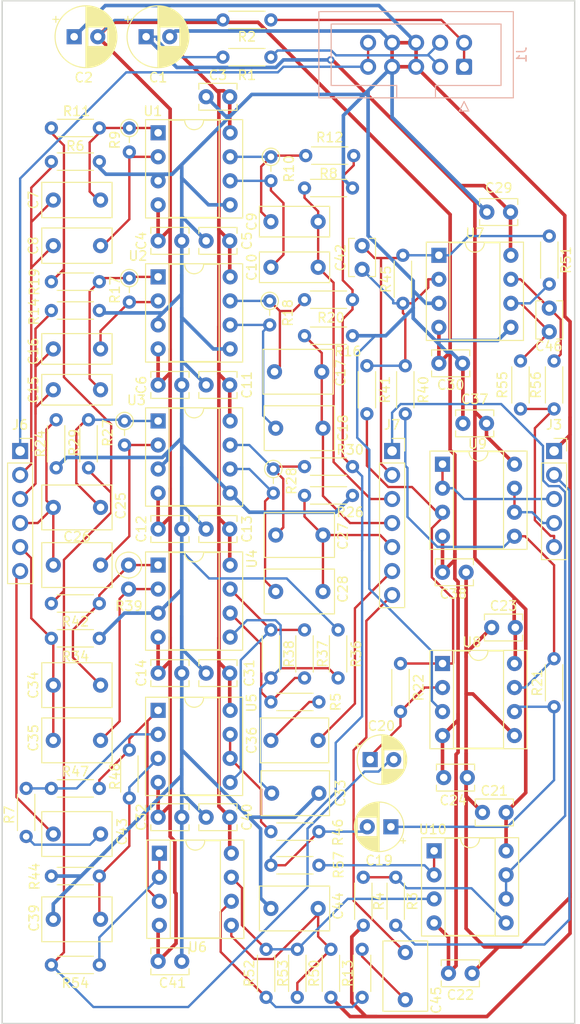
<source format=kicad_pcb>
(kicad_pcb (version 20240108) (generator "pcbnew") (generator_version "8.0")
  (title_block (title "equalizer") (date "2021-08-01") (rev "R01") (comment 1 "PCB for main circuit") (comment 2 "Resonant equalizer by Serge Tcherepnin") (comment 4 "License CC BY 4.0 - Attribution 4.0 International"))
  (layers (0 "F.Cu" signal) (31 "B.Cu" signal) (34 "B.Paste" user) (35 "F.Paste" user) (36 "B.SilkS" user "B.Silkscreen") (37 "F.SilkS" user "F.Silkscreen") (38 "B.Mask" user) (39 "F.Mask" user) (44 "Edge.Cuts" user))
  (net 0 "")
  (net 1 "GND")
  (net 2 "+15V")
  (net 3 "-15V")
  (net 4 "Net-(C7-Pad1)")
  (net 5 "Net-(U1A--)")
  (net 6 "Net-(C9-Pad1)")
  (net 7 "Net-(U1B--)")
  (net 8 "Net-(C15-Pad1)")
  (net 9 "Net-(U2A--)")
  (net 10 "Net-(C17-Pad1)")
  (net 11 "Net-(U2B--)")
  (net 12 "Net-(U8B--)")
  (net 13 "Net-(U8A--)")
  (net 14 "Net-(C25-Pad1)")
  (net 15 "Net-(U3A--)")
  (net 16 "Net-(C27-Pad1)")
  (net 17 "Net-(U3B--)")
  (net 18 "Net-(U4B-+)")
  (net 19 "Net-(C34-Pad1)")
  (net 20 "Net-(U4A--)")
  (net 21 "Net-(U5A-+)")
  (net 22 "Net-(U7A--)")
  (net 23 "Net-(U6B-+)")
  (net 24 "Net-(U7B--)")
  (net 25 "Net-(C46-Pad1)")
  (net 26 "+5V")
  (net 27 "VP")
  (net 28 "VN")
  (net 29 "Net-(U10B-+)")
  (net 30 "Net-(U4B--)")
  (net 31 "Net-(U5A--)")
  (net 32 "Net-(U6B--)")
  (net 33 "Net-(U9B-+)")
  (net 34 "Net-(U9A-+)")
  (net 35 "Net-(U5B-+)")
  (net 36 "Net-(U5B--)")
  (net 37 "Net-(U6A-+)")
  (net 38 "Net-(C19-Pad2)")
  (net 39 "Net-(C20-Pad2)")
  (net 40 "OUT")
  (net 41 "A_B")
  (net 42 "F_B")
  (net 43 "B_B")
  (net 44 "G_B")
  (net 45 "C_B")
  (net 46 "H_B")
  (net 47 "D_B")
  (net 48 "COM_OUT_A")
  (net 49 "COM_OUT_B")
  (net 50 "IN")
  (net 51 "E_B")
  (net 52 "J_B")
  (net 53 "I_B")
  (net 54 "F_C")
  (net 55 "F_A")
  (net 56 "Net-(C36-Pad1)")
  (net 57 "Net-(C43-Pad1)")
  (net 58 "Net-(C45-Pad1)")
  (net 59 "Net-(U10A-+)")
  (net 60 "Net-(U6A--)")
  (net 61 "Net-(U10A--)")
  (footprint "MountingHole:MountingHole_2.2mm_M2" (layer "F.Cu") (at 108.86 53.34)
    (property "Reference" "H2" (hide yes))
    (property "Value" "MountingHole" (hide yes))
  )
  (footprint "MountingHole:MountingHole_2.2mm_M2" (layer "F.Cu") (at 53.34 156.44)
    (property "Reference" "H3" (hide yes))
    (property "Value" "MountingHole" (hide yes))
  )
  (footprint "MountingHole:MountingHole_2.2mm_M2" (layer "F.Cu") (at 108.86 156.44)
    (property "Reference" "H4" (hide yes))
    (property "Value" "MountingHole" (hide yes))
  )
  (footprint "Package_DIP:DIP-8_W7.62mm_Socket" (layer "F.Cu") (at 67.31 64.77)
    (property "Reference" "U1")
    (property "Value" "LF353")
  )
  (footprint "Package_DIP:DIP-8_W7.62mm_Socket" (layer "F.Cu") (at 67.31 80.01)
    (property "Reference" "U2")
    (property "Value" "LF353")
  )
  (footprint "Package_DIP:DIP-8_W7.62mm_Socket" (layer "F.Cu") (at 67.31 95.25)
    (property "Reference" "U3")
    (property "Value" "LF353")
  )
  (footprint "Package_DIP:DIP-8_W7.62mm_Socket" (layer "F.Cu") (at 67.31 110.49)
    (property "Reference" "U4")
    (property "Value" "LF353")
  )
  (footprint "Package_DIP:DIP-8_W7.62mm_Socket" (layer "F.Cu") (at 67.31 125.857)
    (property "Reference" "U5")
    (property "Value" "LF353")
  )
  (footprint "Package_DIP:DIP-8_W7.62mm_Socket" (layer "F.Cu") (at 67.437 140.97)
    (property "Reference" "U6")
    (property "Value" "LF353")
  )
  (footprint "Package_DIP:DIP-8_W7.62mm_Socket" (layer "F.Cu") (at 97.028 77.724)
    (property "Reference" "U7")
    (property "Value" "LF353")
  )
  (footprint "Package_DIP:DIP-8_W7.62mm_Socket" (layer "F.Cu") (at 97.409 120.904)
    (property "Reference" "U8")
    (property "Value" "LF353")
  )
  (footprint "Package_DIP:DIP-8_W7.62mm_Socket" (layer "F.Cu") (at 97.409 99.822)
    (property "Reference" "U9")
    (property "Value" "LF353")
  )
  (footprint "Package_DIP:DIP-8_W7.62mm_Socket" (layer "F.Cu") (at 96.52 140.716)
    (property "Reference" "U10")
    (property "Value" "LF353")
  )
  (footprint "Capacitor_THT:C_Disc_D3.8mm_W2.6mm_P2.50mm" (layer "F.Cu") (at 72.39 60.96)
    (property "Reference" "C3")
    (property "Value" "0.1u")
  )
  (footprint "Capacitor_THT:C_Disc_D3.8mm_W2.6mm_P2.50mm" (layer "F.Cu") (at 67.31 76.2)
    (property "Reference" "C4")
    (property "Value" "0.1u")
  )
  (footprint "Capacitor_THT:C_Disc_D3.8mm_W2.6mm_P2.50mm" (layer "F.Cu") (at 72.39 76.2)
    (property "Reference" "C5")
    (property "Value" "0.1u")
  )
  (footprint "Capacitor_THT:C_Disc_D3.8mm_W2.6mm_P2.50mm" (layer "F.Cu") (at 67.31 91.44)
    (property "Reference" "C6")
    (property "Value" "0.1u")
  )
  (footprint "Capacitor_THT:C_Rect_L7.2mm_W3.5mm_P5.00mm_FKS2_FKP2_MKS2_MKP2" (layer "F.Cu") (at 61.214 71.882 180)
    (property "Reference" "C7")
    (property "Value" "47n")
  )
  (footprint "Capacitor_THT:C_Rect_L7.2mm_W3.5mm_P5.00mm_FKS2_FKP2_MKS2_MKP2" (layer "F.Cu") (at 61.214 76.708 180)
    (property "Reference" "C8")
    (property "Value" "47n")
  )
  (footprint "Capacitor_THT:C_Rect_L7.2mm_W3.0mm_P5.00mm_FKS2_FKP2_MKS2_MKP2" (layer "F.Cu") (at 79.248 74.168)
    (property "Reference" "C9")
    (property "Value" "22n")
  )
  (footprint "Capacitor_THT:C_Rect_L7.2mm_W3.0mm_P5.00mm_FKS2_FKP2_MKS2_MKP2" (layer "F.Cu") (at 79.248 78.994)
    (property "Reference" "C10")
    (property "Value" "22n")
  )
  (footprint "Capacitor_THT:C_Disc_D3.8mm_W2.6mm_P2.50mm" (layer "F.Cu") (at 72.39 91.44)
    (property "Reference" "C11")
    (property "Value" "0.1u")
  )
  (footprint "Capacitor_THT:C_Disc_D3.8mm_W2.6mm_P2.50mm" (layer "F.Cu") (at 67.31 106.68)
    (property "Reference" "C12")
    (property "Value" "0.1u")
  )
  (footprint "Capacitor_THT:C_Disc_D3.8mm_W2.6mm_P2.50mm" (layer "F.Cu") (at 72.39 106.68)
    (property "Reference" "C13")
    (property "Value" "0.1u")
  )
  (footprint "Capacitor_THT:C_Disc_D3.8mm_W2.6mm_P2.50mm" (layer "F.Cu") (at 67.31 121.92)
    (property "Reference" "C14")
    (property "Value" "0.1u")
  )
  (footprint "Capacitor_THT:C_Rect_L7.2mm_W3.0mm_P5.00mm_FKS2_FKP2_MKS2_MKP2" (layer "F.Cu") (at 61.214 91.948 180)
    (property "Reference" "C15")
    (property "Value" "10n")
  )
  (footprint "Capacitor_THT:C_Rect_L7.2mm_W3.0mm_P5.00mm_FKS2_FKP2_MKS2_MKP2" (layer "F.Cu") (at 61.214 87.63 180)
    (property "Reference" "C16")
    (property "Value" "10n")
  )
  (footprint "Capacitor_THT:C_Rect_L7.2mm_W4.5mm_P5.00mm_FKS2_FKP2_MKS2_MKP2" (layer "F.Cu") (at 79.629 90.043)
    (property "Reference" "C17")
    (property "Value" "4.7n")
  )
  (footprint "Capacitor_THT:C_Rect_L7.2mm_W4.5mm_P5.00mm_FKS2_FKP2_MKS2_MKP2" (layer "F.Cu") (at 79.756 96.012)
    (property "Reference" "C18")
    (property "Value" "4.7n")
  )
  (footprint "Capacitor_THT:C_Disc_D3.8mm_W2.6mm_P2.50mm" (layer "F.Cu") (at 101.64 136.652)
    (property "Reference" "C21")
    (property "Value" "0.1u")
  )
  (footprint "Capacitor_THT:C_Disc_D3.8mm_W2.6mm_P2.50mm" (layer "F.Cu") (at 98.044 153.67)
    (property "Reference" "C22")
    (property "Value" "0.1u")
  )
  (footprint "Capacitor_THT:C_Disc_D3.8mm_W2.6mm_P2.50mm" (layer "F.Cu") (at 102.616 117.094)
    (property "Reference" "C23")
    (property "Value" "0.1u")
  )
  (footprint "Capacitor_THT:C_Disc_D3.8mm_W2.6mm_P2.50mm" (layer "F.Cu") (at 97.536 132.969)
    (property "Reference" "C24")
    (property "Value" "0.1u")
  )
  (footprint "Capacitor_THT:C_Rect_L7.2mm_W4.5mm_P5.00mm_FKS2_FKP2_MKS2_MKP2" (layer "F.Cu") (at 61.214 104.394 180)
    (property "Reference" "C25")
    (property "Value" "4.7n")
  )
  (footprint "Capacitor_THT:C_Rect_L7.2mm_W4.5mm_P5.00mm_FKS2_FKP2_MKS2_MKP2" (layer "F.Cu") (at 61.214 110.49 180)
    (property "Reference" "C26")
    (property "Value" "4.7n")
  )
  (footprint "Capacitor_THT:C_Rect_L7.2mm_W4.5mm_P5.00mm_FKS2_FKP2_MKS2_MKP2" (layer "F.Cu") (at 79.756 107.315)
    (property "Reference" "C27")
    (property "Value" "2.2n")
  )
  (footprint "Capacitor_THT:C_Rect_L7.2mm_W4.5mm_P5.00mm_FKS2_FKP2_MKS2_MKP2" (layer "F.Cu") (at 79.756 113.284)
    (property "Reference" "C28")
    (property "Value" "2.2n")
  )
  (footprint "Capacitor_THT:C_Disc_D3.8mm_W2.6mm_P2.50mm" (layer "F.Cu") (at 102.108 73.152)
    (property "Reference" "C29")
    (property "Value" "0.1u")
  )
  (footprint "Capacitor_THT:C_Disc_D3.8mm_W2.6mm_P2.50mm" (layer "F.Cu") (at 97.028 89.154)
    (property "Reference" "C30")
    (property "Value" "0.1u")
  )
  (footprint "Capacitor_THT:C_Disc_D3.8mm_W2.6mm_P2.50mm" (layer "F.Cu") (at 72.39 121.92)
    (property "Reference" "C31")
    (property "Value" "0.1u")
  )
  (footprint "Capacitor_THT:C_Disc_D3.8mm_W2.6mm_P2.50mm" (layer "F.Cu") (at 67.31 137.16)
    (property "Reference" "C32")
    (property "Value" "0.1u")
  )
  (footprint "Capacitor_THT:C_Rect_L7.0mm_W4.5mm_P5.00mm" (layer "F.Cu") (at 84.328 134.62 180)
    (property "Reference" "C33")
    (property "Value" "680p")
  )
  (footprint "Capacitor_THT:C_Rect_L7.2mm_W4.5mm_P5.00mm_FKS2_FKP2_MKS2_MKP2" (layer "F.Cu") (at 61.214 123.19 180)
    (property "Reference" "C34")
    (property "Value" "1n")
  )
  (footprint "Capacitor_THT:C_Rect_L7.2mm_W4.5mm_P5.00mm_FKS2_FKP2_MKS2_MKP2" (layer "F.Cu") (at 61.214 129.032 180)
    (property "Reference" "C35")
    (property "Value" "1n")
  )
  (footprint "Capacitor_THT:C_Disc_D3.8mm_W2.6mm_P2.50mm" (layer "F.Cu") (at 99.568 95.504)
    (property "Reference" "C37")
    (property "Value" "0.1u")
  )
  (footprint "Capacitor_THT:C_Disc_D3.8mm_W2.6mm_P2.50mm" (layer "F.Cu") (at 97.409 111.252)
    (property "Reference" "C38")
    (property "Value" "0.1u")
  )
  (footprint "Capacitor_THT:C_Rect_L7.2mm_W4.5mm_P5.00mm_FKS2_FKP2_MKS2_MKP2" (layer "F.Cu") (at 56.214 147.955)
    (property "Reference" "C39")
    (property "Value" "220p")
  )
  (footprint "Capacitor_THT:C_Disc_D3.8mm_W2.6mm_P2.50mm" (layer "F.Cu") (at 72.39 137.16)
    (property "Reference" "C40")
    (property "Value" "0.1u")
  )
  (footprint "Capacitor_THT:C_Disc_D3.8mm_W2.6mm_P2.50mm" (layer "F.Cu") (at 67.31 152.4)
    (property "Reference" "C41")
    (property "Value" "0.1u")
  )
  (footprint "Capacitor_THT:C_Disc_D3.8mm_W2.6mm_P2.50mm" (layer "F.Cu") (at 88.9 76.708 -90)
    (property "Reference" "C42")
    (property "Value" "47p")
  )
  (footprint "Capacitor_THT:C_Rect_L7.2mm_W4.5mm_P5.00mm_FKS2_FKP2_MKS2_MKP2" (layer "F.Cu") (at 79.248 146.812)
    (property "Reference" "C44")
    (property "Value" "220p")
  )
  (footprint "Capacitor_THT:C_Disc_D3.8mm_W2.6mm_P2.50mm" (layer "F.Cu") (at 108.712 83.312 -90)
    (property "Reference" "C46")
    (property "Value" "47p")
  )
  (footprint "Resistor_THT:R_Axial_DIN0204_L3.6mm_D1.6mm_P5.08mm_Horizontal" (layer "F.Cu") (at 74.168 56.769)
    (property "Reference" "R1")
    (property "Value" "10")
  )
  (footprint "Resistor_THT:R_Axial_DIN0204_L3.6mm_D1.6mm_P5.08mm_Horizontal" (layer "F.Cu") (at 74.168 52.832)
    (property "Reference" "R2")
    (property "Value" "10")
  )
  (footprint "Resistor_THT:R_Axial_DIN0204_L3.6mm_D1.6mm_P5.08mm_Horizontal" (layer "F.Cu") (at 92.456 143.51 -90)
    (property "Reference" "R3")
    (property "Value" "3.3k")
  )
  (footprint "Resistor_THT:R_Axial_DIN0204_L3.6mm_D1.6mm_P5.08mm_Horizontal" (layer "F.Cu") (at 89.027 143.51 -90)
    (property "Reference" "R4")
    (property "Value" "470k")
  )
  (footprint "Resistor_THT:R_Axial_DIN0204_L3.6mm_D1.6mm_P5.08mm_Horizontal" (layer "F.Cu") (at 61.087 67.818 180)
    (property "Reference" "R6")
    (property "Value" "90.9k")
  )
  (footprint "Resistor_THT:R_Axial_DIN0204_L3.6mm_D1.6mm_P5.08mm_Horizontal" (layer "F.Cu") (at 87.884 70.612 180)
    (property "Reference" "R8")
    (property "Value" "30k")
  )
  (footprint "Resistor_THT:R_Axial_DIN0204_L3.6mm_D1.6mm_P2.54mm_Vertical" (layer "F.Cu") (at 64.262 64.262 -90)
    (property "Reference" "R9")
    (property "Value" "510k")
  )
  (footprint "Resistor_THT:R_Axial_DIN0204_L3.6mm_D1.6mm_P2.54mm_Vertical" (layer "F.Cu") (at 79.248 67.31 -90)
    (property "Reference" "R10")
    (property "Value" "680k")
  )
  (footprint "Resistor_THT:R_Axial_DIN0204_L3.6mm_D1.6mm_P5.08mm_Horizontal" (layer "F.Cu") (at 61.087 64.262 180)
    (property "Reference" "R11")
    (property "Value" "47k")
  )
  (footprint "Resistor_THT:R_Axial_DIN0204_L3.6mm_D1.6mm_P5.08mm_Horizontal" (layer "F.Cu") (at 82.931 67.183)
    (property "Reference" "R12")
    (property "Value" "47k")
  )
  (footprint "Resistor_THT:R_Axial_DIN0204_L3.6mm_D1.6mm_P5.08mm_Horizontal" (layer "F.Cu") (at 61.087 83.566 180)
    (property "Reference" "R14")
    (property "Value" "36k")
  )
  (footprint "Resistor_THT:R_Axial_DIN0204_L3.6mm_D1.6mm_P5.08mm_Horizontal" (layer "F.Cu") (at 87.884 86.233 180)
    (property "Reference" "R16")
    (property "Value" "43.2k")
  )
  (footprint "Resistor_THT:R_Axial_DIN0204_L3.6mm_D1.6mm_P2.54mm_Vertical" (layer "F.Cu") (at 64.262 80.137 -90)
    (property "Reference" "R17")
    (property "Value" "820k")
  )
  (footprint "Resistor_THT:R_Axial_DIN0204_L3.6mm_D1.6mm_P2.54mm_Vertical" (layer "F.Cu") (at 79.121 82.55 -90)
    (property "Reference" "R18")
    (property "Value" "910k")
  )
  (footprint "Resistor_THT:R_Axial_DIN0204_L3.6mm_D1.6mm_P5.08mm_Horizontal" (layer "F.Cu") (at 61.087 80.518 180)
    (property "Reference" "R19")
    (property "Value" "47k")
  )
  (footprint "Resistor_THT:R_Axial_DIN0204_L3.6mm_D1.6mm_P5.08mm_Horizontal" (layer "F.Cu") (at 82.804 82.423)
    (property "Reference" "R20")
    (property "Value" "47k")
  )
  (footprint "Resistor_THT:R_Axial_DIN0204_L3.6mm_D1.6mm_P5.08mm_Horizontal" (layer "F.Cu") (at 109.22 120.396 -90)
    (property "Reference" "R21")
    (property "Value" "47k")
  )
  (footprint "Resistor_THT:R_Axial_DIN0204_L3.6mm_D1.6mm_P5.08mm_Horizontal" (layer "F.Cu") (at 92.964 120.904 -90)
    (property "Reference" "R22")
    (property "Value" "47k")
  )
  (footprint "Resistor_THT:R_Axial_DIN0204_L3.6mm_D1.6mm_P5.08mm_Horizontal" (layer "F.Cu") (at 56.515 100.203 90)
    (property "Reference" "R24")
    (property "Value" "22k")
  )
  (footprint "Resistor_THT:R_Axial_DIN0204_L3.6mm_D1.6mm_P5.08mm_Horizontal" (layer "F.Cu") (at 87.884 103.124 180)
    (property "Reference" "R26")
    (property "Value" "24k")
  )
  (footprint "Resistor_THT:R_Axial_DIN0204_L3.6mm_D1.6mm_P2.54mm_Vertical" (layer "F.Cu") (at 63.754 95.25 -90)
    (property "Reference" "R27")
    (property "Value" "510k")
  )
  (footprint "Resistor_THT:R_Axial_DIN0204_L3.6mm_D1.6mm_P2.54mm_Vertical" (layer "F.Cu") (at 79.502 100.33 -90)
    (property "Reference" "R28")
    (property "Value" "560k")
  )
  (footprint "Resistor_THT:R_Axial_DIN0204_L3.6mm_D1.6mm_P5.08mm_Horizontal" (layer "F.Cu") (at 59.944 95.123 -90)
    (property "Reference" "R29")
    (property "Value" "47k")
  )
  (footprint "Resistor_THT:R_Axial_DIN0204_L3.6mm_D1.6mm_P5.08mm_Horizontal" (layer "F.Cu") (at 82.804 100.076)
    (property "Reference" "R30")
    (property "Value" "47k")
  )
  (footprint "Resistor_THT:R_Axial_DIN0204_L3.6mm_D1.6mm_P5.08mm_Horizontal" (layer "F.Cu") (at 61.087 118.237 180)
    (property "Reference" "R34")
    (property "Value" "27k")
  )
  (footprint "Resistor_THT:R_Axial_DIN0204_L3.6mm_D1.6mm_P5.08mm_Horizontal" (layer "F.Cu") (at 86.36 117.348 -90)
    (property "Reference" "R36")
    (property "Value" "82k")
  )
  (footprint "Resistor_THT:R_Axial_DIN0204_L3.6mm_D1.6mm_P5.08mm_Horizontal" (layer "F.Cu") (at 82.804 117.348 -90)
    (property "Reference" "R37")
    (property "Value" "16.5k")
  )
  (footprint "Resistor_THT:R_Axial_DIN0204_L3.6mm_D1.6mm_P5.08mm_Horizontal" (layer "F.Cu") (at 79.248 117.348 -90)
    (property "Reference" "R38")
    (property "Value" "10k")
  )
  (footprint "Resistor_THT:R_Axial_DIN0207_L6.3mm_D2.5mm_P2.54mm_Vertical" (layer "F.Cu") (at 64.18 110.49 -90)
    (property "Reference" "R39")
    (property "Value" "620k")
  )
  (footprint "Resistor_THT:R_Axial_DIN0204_L3.6mm_D1.6mm_P5.08mm_Horizontal" (layer "F.Cu") (at 93.472 89.408 -90)
    (property "Reference" "R40")
    (property "Value" "47k")
  )
  (footprint "Resistor_THT:R_Axial_DIN0204_L3.6mm_D1.6mm_P5.08mm_Horizontal" (layer "F.Cu") (at 89.408 89.408 -90)
    (property "Reference" "R41")
    (property "Value" "47k")
  )
  (footprint "Resistor_THT:R_Axial_DIN0204_L3.6mm_D1.6mm_P5.08mm_Horizontal" (layer "F.Cu") (at 61.087 114.554 180)
    (property "Reference" "R42")
    (property "Value" "47k")
  )
  (footprint "Resistor_THT:R_Axial_DIN0204_L3.6mm_D1.6mm_P5.08mm_Horizontal" (layer "F.Cu") (at 56.007 143.383)
    (property "Reference" "R44")
    (property "Value" "130k")
  )
  (footprint "Resistor_THT:R_Axial_DIN0204_L3.6mm_D1.6mm_P5.08mm_Horizontal" (layer "F.Cu") (at 93.218 77.724 -90)
    (property "Reference" "R45")
    (property "Value" "47k")
  )
  (footprint "Resistor_THT:R_Axial_DIN0204_L3.6mm_D1.6mm_P5.08mm_Horizontal" (layer "F.Cu") (at 79.248 138.684)
    (property "Reference" "R46")
    (property "Value" "33k")
  )
  (footprint "Resistor_THT:R_Axial_DIN0204_L3.6mm_D1.6mm_P5.08mm_Horizontal" (layer "F.Cu") (at 61.087 134.112 180)
    (property "Reference" "R47")
    (property "Value" "16.5k")
  )
  (footprint "Resistor_THT:R_Axial_DIN0204_L3.6mm_D1.6mm_P5.08mm_Horizontal" (layer "F.Cu") (at 64.262 130.048 -90)
    (property "Reference" "R48")
    (property "Value" "10k")
  )
  (footprint "Resistor_THT:R_Axial_DIN0204_L3.6mm_D1.6mm_P5.08mm_Horizontal" (layer "F.Cu") (at 85.598 156.21 90)
    (property "Reference" "R50")
    (property "Value" "68k")
  )
  (footprint "Resistor_THT:R_Axial_DIN0204_L3.6mm_D1.6mm_P5.08mm_Horizontal" (layer "F.Cu") (at 108.712 80.772 90)
    (property "Reference" "R51")
    (property "Value" "4.7k")
  )
  (footprint "Resistor_THT:R_Axial_DIN0204_L3.6mm_D1.6mm_P5.08mm_Horizontal" (layer "F.Cu") (at 78.74 151.13 -90)
    (property "Reference" "R52")
    (property "Value" "15.4k")
  )
  (footprint "Resistor_THT:R_Axial_DIN0204_L3.6mm_D1.6mm_P5.08mm_Horizontal" (layer "F.Cu") (at 82.042 151.13 -90)
    (property "Reference" "R53")
    (property "Value" "10k")
  )
  (footprint "Resistor_THT:R_Axial_DIN0204_L3.6mm_D1.6mm_P5.08mm_Horizontal" (layer "F.Cu") (at 61.087 152.781 180)
    (property "Reference" "R54")
    (property "Value" "33k")
  )
  (footprint "Resistor_THT:R_Axial_DIN0204_L3.6mm_D1.6mm_P5.08mm_Horizontal" (layer "F.Cu") (at 105.664 93.98 90)
    (property "Reference" "R55")
    (property "Value" "4.7k")
  )
  (footprint "Resistor_THT:R_Axial_DIN0204_L3.6mm_D1.6mm_P5.08mm_Horizontal" (layer "F.Cu") (at 109.22 93.98 90)
    (property "Reference" "R56")
    (property "Value" "330")
  )
  (footprint "Resistor_THT:R_Axial_DIN0204_L3.6mm_D1.6mm_P5.08mm_Horizontal" (layer "F.Cu") (at 84.328 142.24 180)
    (property "Reference" "R57")
    (property "Value" "22k")
  )
  (footprint "Connector_PinSocket_2.54mm:PinSocket_1x05_P2.54mm_Vertical" (layer "F.Cu") (at 109.22 98.425)
    (property "Reference" "J3")
    (property "Value" "01x05 Female" (hide yes))
  )
  (footprint "Connector_PinSocket_2.54mm:PinSocket_1x07_P2.54mm_Vertical" (layer "F.Cu") (at 92.075 98.425)
    (property "Reference" "J7")
    (property "Value" "01x07 Female" (hide yes))
  )
  (footprint "MountingHole:MountingHole_2.2mm_M2" (layer "F.Cu") (at 53.34 53.34)
    (property "Reference" "H1" (hide yes))
    (property "Value" "MountingHole" (hide yes))
  )
  (footprint "Capacitor_THT:C_Rect_L7.0mm_W4.5mm_P5.00mm" (layer "F.Cu") (at 79.248 129.032)
    (property "Reference" "C36")
    (property "Value" "680p")
  )
  (footprint "Capacitor_THT:C_Rect_L7.2mm_W4.5mm_P5.00mm_FKS2_FKP2_MKS2_MKP2" (layer "F.Cu") (at 61.214 138.938 180)
    (property "Reference" "C43")
    (property "Value" "220p")
  )
  (footprint "Capacitor_THT:C_Rect_L7.2mm_W4.5mm_P5.00mm_FKS2_FKP2_MKS2_MKP2" (layer "F.Cu") (at 93.472 156.464 90)
    (property "Reference" "C45")
    (property "Value" "220p")
  )
  (footprint "Resistor_THT:R_Axial_DIN0204_L3.6mm_D1.6mm_P5.08mm_Horizontal" (layer "F.Cu") (at 79.248 124.968)
    (property "Reference" "R5")
    (property "Value" "82k")
  )
  (footprint "Resistor_THT:R_Axial_DIN0204_L3.6mm_D1.6mm_P5.08mm_Horizontal" (layer "F.Cu") (at 53.34 134.112 -90)
    (property "Reference" "R7")
    (property "Value" "130k")
  )
  (footprint "Resistor_THT:R_Axial_DIN0204_L3.6mm_D1.6mm_P5.08mm_Horizontal" (layer "F.Cu") (at 88.9 156.21 90)
    (property "Reference" "R13")
    (property "Value" "68k")
  )
  (footprint "Connector_PinSocket_2.54mm:PinSocket_1x06_P2.54mm_Vertical" (layer "F.Cu") (at 52.705 98.425)
    (property "Reference" "J6")
    (property "Value" "01x06 Female" (hide yes))
  )
  (footprint "Capacitor_THT:CP_Radial_D5.0mm_P2.50mm" (layer "F.Cu") (at 89.749621 131.064)
    (property "Reference" "C20")
    (property "Value" "4.7u")
  )
  (footprint "Capacitor_THT:CP_Radial_D6.3mm_P2.50mm" (layer "F.Cu") (at 58.42 54.61)
    (property "Reference" "C2")
    (property "Value" "22u")
  )
  (footprint "Capacitor_THT:CP_Radial_D5.0mm_P2.50mm" (layer "F.Cu") (at 91.948 138.176 180)
    (property "Reference" "C19")
    (property "Value" "4.7u")
  )
  (footprint "Capacitor_THT:CP_Radial_D6.3mm_P2.50mm" (layer "F.Cu") (at 66.04 54.61)
    (property "Reference" "C1")
    (property "Value" "22u")
  )
  (footprint "Connector_IDC:IDC-Header_2x05_P2.54mm_Vertical" (layer "B.Cu") (at 99.695 57.785 90)
    (property "Reference" "J1")
    (property "Value" "10 Pos")
  )
  (gr_line (start 50.8 50.8) (end 50.8 158.98) (stroke (width 0.15)) (layer "Edge.Cuts"))
  (gr_line (start 111.4 50.8) (end 111.4 158.98) (stroke (width 0.15)) (layer "Edge.Cuts"))
  (gr_line (start 111.4 158.98) (end 50.8 158.98) (stroke (width 0.15)) (layer "Edge.Cuts"))
  (gr_line (start 50.8 50.8) (end 111.4 50.8) (stroke (width 0.15)) (layer "Edge.Cuts"))
  (segment (start 102.108 158.242) (end 110.910512 149.439488) (width 0.381) (layer "F.Cu") (net 1))
  (segment (start 99.568 95.504) (end 99.568 89.194) (width 0.381) (layer "F.Cu") (net 1))
  (segment (start 92.075 55.245) (end 94.615 55.245) (width 0.381) (layer "F.Cu") (net 1))
  (segment (start 99.909 130.389) (end 99.909 124.119) (width 0.381) (layer "F.Cu") (net 1))
  (segment (start 87.809499 149.807501) (end 89.027 148.59) (width 0.381) (layer "F.Cu") (net 1))
  (segment (start 102.108 158.242) (end 90.424 158.242) (width 0.381) (layer "F.Cu") (net 1))
  (segment (start 90.424 158.242) (end 89.318058 158.242) (width 0.381) (layer "F.Cu") (net 1))
  (segment (start 110.350501 73.520501) (end 94.615 57.785) (width 0.381) (layer "F.Cu") (net 1))
  (segment (start 90.424 158.242) (end 87.63 158.242) (width 0.381) (layer "F.Cu") (net 1))
  (segment (start 110.910512 145.200512) (end 110.910512 149.439488) (width 0.381) (layer "F.Cu") (net 1))
  (segment (start 110.910512 84.748512) (end 110.910512 94.829488) (width 0.381) (layer "F.Cu") (net 1))
  (segment (start 105.664 150.876) (end 103.338 150.876) (width 0.381) (layer "F.Cu") (net 1))
  (segment (start 99.909 130.389) (end 99.909 134.921) (width 0.381) (layer "F.Cu") (net 1))
  (segment (start 110.910512 145.629488) (end 105.664 150.876) (width 0.381) (layer "F.Cu") (net 1))
  (segment (start 92.075 57.785) (end 92.075 55.245) (width 0.381) (layer "F.Cu") (net 1))
  (segment (start 99.909 120.229) (end 99.909 111.252) (width 0.381) (layer "F.Cu") (net 1))
  (segment (start 87.809499 156.733441) (end 87.809499 149.807501) (width 0.381) (layer "F.Cu") (net 1))
  (segment (start 99.909 134.921) (end 101.64 136.652) (width 0.381) (layer "F.Cu") (net 1))
  (segment (start 99.909 148.931) (end 99.909 130.389) (width 0.381) (layer "F.Cu") (net 1))
  (segment (start 110.910512 145.200512) (end 110.910512 145.629488) (width 0.381) (layer "F.Cu") (net 1))
  (segment (start 89.318058 158.242) (end 87.809499 156.733441) (width 0.381) (layer "F.Cu") (net 1))
  (segment (start 94.615 55.245) (end 94.615 57.785) (width 0.381) (layer "F.Cu") (net 1))
  (segment (start 99.909 119.801) (end 102.616 117.094) (width 0.381) (layer "F.Cu") (net 1))
  (segment (start 101.854 150.876) (end 99.909 148.931) (width 0.381) (layer "F.Cu") (net 1))
  (segment (start 110.350501 84.188501) (end 110.350501 73.520501) (width 0.381) (layer "F.Cu") (net 1))
  (segment (start 99.909 124.119) (end 99.909 120.229) (width 0.381) (layer "F.Cu") (net 1))
  (segment (start 99.568 89.194) (end 99.528 89.154) (width 0.381) (layer "F.Cu") (net 1))
  (segment (start 110.350501 84.188501) (end 110.910512 84.748512) (width 0.381) (layer "F.Cu") (net 1))
  (segment (start 87.63 158.242) (end 85.598 156.21) (width 0.381) (layer "F.Cu") (net 1))
  (segment (start 99.909 120.229) (end 99.909 119.801) (width 0.381) (layer "F.Cu") (net 1))
  (segment (start 110.910512 94.829488) (end 110.910512 145.200512) (width 0.381) (layer "F.Cu") (net 1))
  (segment (start 110.910512 94.829488) (end 110.910512 96.734488) (width 0.381) (layer "F.Cu") (net 1))
  (segment (start 103.338 150.876) (end 100.544 153.67) (width 0.381) (layer "F.Cu") (net 1))
  (segment (start 100.624 124.119) (end 105.029 128.524) (width 0.381) (layer "F.Cu") (net 1))
  (segment (start 110.910512 96.734488) (end 109.22 98.425) (width 0.381) (layer "F.Cu") (net 1))
  (segment (start 94.615 57.785) (end 92.075 57.785) (width 0.381) (layer "F.Cu") (net 1))
  (segment (start 105.664 150.876) (end 101.854 150.876) (width 0.381) (layer "F.Cu") (net 1))
  (segment (start 99.909 124.119) (end 100.624 124.119) (width 0.381) (layer "F.Cu") (net 1))
  (segment (start 94.308501 80.428443) (end 89.535 75.654942) (width 0.381) (layer "B.Cu") (net 1))
  (segment (start 69.81 134.58) (end 72.39 137.16) (width 0.381) (layer "B.Cu") (net 1))
  (segment (start 68.317971 98.543971) (end 67.749443 99.112499) (width 0.381) (layer "B.Cu") (net 1))
  (segment (start 77.224548 60.71351) (end 89.14649 60.71351) (width 0.381) (layer "B.Cu") (net 1))
  (segment (start 69.81 83.272) (end 69.81 84.288) (width 0.381) (layer "B.Cu") (net 1))
  (segment (start 69.81 119.34) (end 72.39 121.92) (width 0.381) (layer "B.Cu") (net 1))
  (segment (start 61.786999 69.152999) (end 68.785059 69.152999) (width 0.381) (layer "B.Cu") (net 1))
  (segment (start 60.761471 141.787471) (end 69.81 132.738942) (width 0.381) (layer "B.Cu") (net 1))
  (segment (start 69.81 81.494) (end 69.81 83.272) (width 0.381) (layer "B.Cu") (net 1))
  (segment (start 69.81 94.448) (end 69.81 96.226) (width 0.381) (layer "B.Cu") (net 1))
  (segment (start 74.430029 63.000029) (end 72.39 60.96) (width 0.381) (layer "B.Cu") (net 1))
  (segment (start 104.648 85.344) (end 103.259029 86.732971) (width 0.381) (layer "B.Cu") (net 1))
  (segment (start 63.754 115.57) (end 61.087 118.237) (width 0.381) (layer "B.Cu") (net 1))
  (segment (start 89.14649 60.71351) (end 92.075 57.785) (width 0.381) (layer "B.Cu") (net 1))
  (segment (start 77.224548 60.71351) (end 74.938029 63.000029) (width 0.381) (layer "B.Cu") (net 1))
  (segment (start 68.785059 69.152999) (end 68.007001 69.152999) (width 0.381) (layer "B.Cu") (net 1))
  (segment (start 89.535 75.654942) (end 89.535 60.325) (width 0.381) (layer "B.Cu") (net 1))
  (segment (start 87.884 70.612) (end 86.920499 69.648499) (width 0.381) (layer "B.Cu") (net 1))
  (segment (start 67.31 84.311942) (end 67.936971 83.684971) (width 0.381) (layer "B.Cu") (net 1))
  (segment (start 69.81 132.04) (end 69.81 134.072) (width 0.381) (layer "B.Cu") (net 1))
  (segment (start 86.920499 69.648499) (end 86.920499 62.939501) (width 0.381) (layer "B.Cu") (net 1))
  (segment (start 61.087 68.453) (end 61.786999 69.152999) (width 0.381) (layer "B.Cu") (net 1))
  (segment (start 94.308501 83.237499) (end 94.308501 83.327441) (width 0.381) (layer "B.Cu") (net 1))
  (segment (start 78.157989 138.387921) (end 78.157989 145.721989) (width 0.381) (layer "B.Cu") (net 1))
  (segment (start 72.144029 65.794029) (end 74.938029 63.000029) (width 0.381) (layer "B.Cu") (net 1))
  (segment (start 69.81 132.04) (end 69.81 132.738942) (width 0.381) (layer "B.Cu") (net 1))
  (segment (start 70.874029 67.064029) (end 72.144029 65.794029) (width 0.381) (layer "B.Cu") (net 1))
  (segment (start 75.295034 135.524966) (end 76.930069 137.16) (width 0.381) (layer "B.Cu") (net 1))
  (segment (start 69.81 79.796) (end 69.81 81.494) (width 0.381) (layer "B.Cu") (net 1))
  (segment (start 69.81 69.556) (end 72.644 72.39) (width 0.381) (layer "B.Cu") (net 1))
  (segment (start 92.075 57.785) (end 92.075 63.119) (width 0.381) (layer "B.Cu") (net 1))
  (segment (start 68.54 54.61) (end 69.145501 54.004499) (width 0.381) (layer "B.Cu") (net 1))
  (segment (start 98.337499 87.963499) (end 97.885557 87.963499) (width 0.381) (layer "B.Cu") (net 1))
  (segment (start 69.81 125.77) (end 69.81 132.04) (width 0.381) (layer "B.Cu") (net 1))
  (segment (start 69.81 69.382) (end 69.81 68.128058) (width 0.381) (layer "B.Cu") (net 1))
  (segment (start 72.644 72.39) (end 74.93 72.39) (width 0.381) (layer "B.Cu") (net 1))
  (segment (start 89.662499 98.297501) (end 88.382999 97.018001) (width 0.25) (layer "B.Cu") (net 1))
  (segment (start 60.761471 141.787471) (end 59.165942 143.383) (width 0.381) (layer "B.Cu") (net 1))
  (segment (start 69.81 73.62) (end 72.39 76.2) (width 0.381) (layer "B.Cu") (net 1))
  (segment (start 96.283999 124.858999) (end 96.283999 119.613001) (width 0.25) (layer "B.Cu") (net 1))
  (segment (start 68.785059 69.152999) (end 72.144029 65.794029) (width 0.381) (layer "B.Cu") (net 1))
  (segment (start 97.409 125.984) (end 96.283999 124.858999) (width 0.25) (layer "B.Cu") (net 1))
  (segment (start 94.308501 83.237499) (end 94.308501 81.459499) (width 0.381) (layer "B.Cu") (net 1))
  (segment (start 68.317971 98.543971) (end 68.317971 99.322029) (width 0.381) (layer "B.Cu") (net 1))
  (segment (start 69.81 73.62) (end 69.81 79.796) (width 0.381) (layer "B.Cu") (net 1))
  (segment (start 69.81 125.77) (end 69.81 130.039931) (width 0.381) (layer "B.Cu") (net 1))
  (segment (start 69.81 84.622) (end 69.81 91.44) (width 0.381) (layer "B.Cu") (net 1))
  (segment (start 69.81 79.796) (end 69.81 81.811942) (width 0.381) (layer "B.Cu") (net 1))
  (segment (start 67.31 115.57) (end 63.754 115.57) (width 0.381) (layer "B.Cu") (net 1))
  (segment (start 69.81 76.2) (end 69.81 73.62) (width 0.381) (layer "B.Cu") (net 1))
  (segment (start 68.317971 99.322029) (end 67.31 100.33) (width 0.381) (layer "B.Cu") (net 1))
  (segment (start 95.653002 82.804) (end 94.308501 81.459499) (width 0.381) (layer "B.Cu") (net 1))
  (segment (start 69.81 97.75) (end 74.93 102.87) (width 0.381) (layer "B.Cu") (net 1))
  (segment (start 69.81 84.288) (end 73.152 87.63) (width 0.381) (layer "B.Cu") (net 1))
  (segment (start 69.81 115.864) (end 69.81 119.34) (width 0.381) (layer "B.Cu") (net 1))
  (segment (start 69.81 137.16) (end 69.81 152.4) (width 0.381) (layer "B.Cu") (net 1))
  (segment (start 69.81 96.226) (end 69.81 97.75) (width 0.381) (layer "B.Cu") (net 1))
  (segment (start 69.81 100.116) (end 69.81 109.006) (width 0.381) (layer "B.Cu") (net 1))
  (segment (start 86.106 104.902) (end 87.884 103.124) (width 0.381) (layer "B.Cu") (net 1))
  (segment (start 69.81 113.07) (end 67.31 115.57) (width 0.381) (layer "B.Cu") (net 1))
  (segment (start 56.214 146.334942) (end 56.214 147.955) (width 0.381) (layer "B.Cu") (net 1))
  (segment (start 74.938029 63.000029) (end 74.430029 63.000029) (width 0.381) (layer "B.Cu") (net 1))
  (segment (start 103.259029 86.732971) (end 96.655029 86.732971) (width 0.381) (layer "B.Cu") (net 1))
  (segment (start 72.708999 111.904999) (end 69.81 109.006) (width 0.25) (layer "B.Cu") (net 1))
  (segment (start 96.655029 86.732971) (end 94.308501 84.386443) (width 0.381) (layer "B.Cu") (net 1))
  (segment (start 69.81 134.072) (end 69.81 137.16) (width 0.381) (layer "B.Cu") (net 1))
  (segment (start 67.31 85.09) (end 67.31 84.311942) (width 0.381) (layer "B.Cu") (net 1))
  (segment (start 69.145501 54.004499) (end 90.834499 54.004499) (width 0.381) (layer "B.Cu") (net 1))
  (segment (start 92.075 63.119) (end 102.108 73.152) (width 0.381) (layer "B.Cu") (net 1))
  (segment (start 69.81 88.86) (end 72.39 91.44) (width 0.381) (layer "B.Cu") (net 1))
  (segment (start 69.333971 82.287971) (end 67.936971 83.684971) (width 0.381) (layer "B.Cu") (net 1))
  (segment (start 91.402942 86.233) (end 90.297 86.233) (width 0.381) (layer "B.Cu") (net 1))
  (segment (start 90.678 51.308) (end 94.615 55.245) (width 0.381) (layer "B.Cu") (net 1))
  (segment (start 75.295034 135.524966) (end 78.157989 138.387921) (width 0.381) (layer "B.Cu") (net 1))
  (segment (start 88.382999 88.147001) (end 90.297 86.233) (width 0.25) (layer "B.Cu") (net 1))
  (segment (start 69.81 104.1) (end 72.39 106.68) (width 0.381) (layer "B.Cu") (net 1))
  (segment (start 80.916999 111.904999) (end 72.708999 111.904999) (width 0.25) (layer "B.Cu") (net 1))
  (segment (start 61.087 83.82) (end 67.801942 83.82) (width 0.381) (layer "B.Cu") (net 1))
  (segment (start 58.42 54.61) (end 61.722 51.308) (width 0.381) (layer "B.Cu") (net 1))
  (segment (start 76.962 104.902) (end 86.106 104.902) (width 0.381) (layer "B.Cu") (net 1))
  (segment (start 94.308501 81.459499) (end 94.308501 80.428443) (width 0.381) (layer "B.Cu") (net 1))
  (segment (start 68.007001 69.152999) (end 67.31 69.85) (width 0.381) (layer "B.Cu") (net 1))
  (segment (start 99.528 89.154) (end 98.337499 87.963499) (width 0.381) (layer "B.Cu") (net 1))
  (segment (start 81.788 137.16) (end 84.328 134.62) (width 0.381) (layer "B.Cu") (net 1))
  (segment (start 68.785059 69.152999) (end 70.874029 67.064029) (width 0.381) (layer "B.Cu") (net 1))
  (segment (start 69.81 84.622) (end 69.81 88.86) (width 0.381) (layer "B.Cu") (net 1))
  (segment (start 69.81 97.051942) (end 68.317971 98.543971) (width 0.381) (layer "B.Cu") (net 1))
  (segment (start 96.283999 119.613001) (end 89.662499 112.991501) (width 0.25) (layer "B.Cu") (net 1))
  (segment (start 69.81 91.44) (end 69.81 94.448) (width 0.381) (layer "B.Cu") (net 1))
  (segment (start 69.81 83.272) (end 69.81 84.622) (width 0.381) (layer "B.Cu") (net 1))
  (segment (start 69.81 94.448) (end 69.81 100.116) (width 0.381) (layer "B.Cu") (net 1))
  (segment (start 78.157989 145.721989) (end 79.248 146.812) (width 0.381) (layer "B.Cu") (net 1))
  (segment (start 69.81 112.054) (end 69.81 113.07) (width 0.381) (layer "B.Cu") (net 1))
  (segment (start 97.885557 87.963499) (end 96.655029 86.732971) (width 0.381) (layer "B.Cu") (net 1))
  (segment (start 69.81 115.864) (end 69.81 125.77) (width 0.381) (layer "B.Cu") (net 1))
  (segment (start 69.81 109.006) (end 69.81 112.054) (width 0.381) (layer "B.Cu") (net 1))
  (segment (start 69.81 68.128058) (end 70.874029 67.064029) (width 0.381) (layer "B.Cu") (net 1))
  (segment (start 97.028 82.804) (end 95.653002 82.804) (width 0.381) (layer "B.Cu") (net 1))
  (segment (start 69.81 96.226) (end 69.81 97.051942) (width 0.381) (layer "B.Cu") (net 1))
  (segment (start 89.535 60.325) (end 92.075 57.785) (width 0.381) (layer "B.Cu") (net 1))
  (segment (start 74.93 102.87) (end 76.962 104.902) (width 0.381) (layer "B.Cu") (net 1))
  (segment (start 86.36 117.348) (end 80.916999 111.904999) (width 0.25) (layer "B.Cu") (net 1))
  (segment (start 69.81 69.382) (end 69.81 69.556) (width 0.381) (layer "B.Cu") (net 1))
  (segment (start 69.81 134.072) (end 69.81 134.58) (width 0.381) (layer "B.Cu") (net 1))
  (segment (start 94.308501 84.386443) (end 94.308501 83.237499) (width 0.381) (layer "B.Cu") (net 1))
  (segment (start 86.920499 62.939501) (end 89.535 60.325) (width 0.381) (layer "B.Cu") (net 1))
  (segment (start 88.382999 97.018001) (end 88.382999 88.147001) (width 0.25) (layer "B.Cu") (net 1))
  (segment (start 67.936971 83.684971) (end 67.801942 83.82) (width 0.381) (layer "B.Cu") (net 1))
  (segment (start 89.662499 112.991501) (end 89.662499 98.297501) (width 0.25) (layer "B.Cu") (net 1))
  (segment (start 73.152 87.63) (end 74.93 87.63) (width 0.381) (layer "B.Cu") (net 1))
  (segment (start 94.308501 83.327441) (end 91.402942 86.233) (width 0.381) (layer "B.Cu") (net 1))
  (segment (start 60.761471 141.787471) (end 56.214 146.334942) (width 0.381) (layer "B.Cu") (net 1))
  (segment (start 76.930069 137.16) (end 81.788 137.16) (width 0.381) (layer "B.Cu") (net 1))
  (segment (start 69.81 112.054) (end 69.81 115.864) (width 0.381) (layer "B.Cu") (net 1))
  (segment (start 90.834499 54.004499) (end 92.075 55.245) (width 0.381) (layer "B.Cu") (net 1))
  (segment (start 90.297 86.233) (end 87.884 86.233) (width 0.381) (layer "B.Cu") (net 1))
  (segment (start 69.81 81.811942) (end 69.333971 82.287971) (width 0.381) (layer "B.Cu") (net 1))
  (segment (start 67.801942 83.82) (end 69.333971 82.287971) (width 0.381) (layer "B.Cu") (net 1))
  (segment (start 67.749443 99.112499) (end 57.605501 99.112499) (width 0.381) (layer "B.Cu") (net 1))
  (segment (start 57.605501 99.112499) (end 56.515 100.203) (width 0.381) (layer "B.Cu") (net 1))
  (segment (start 69.81 100.116) (end 69.81 104.1) (width 0.381) (layer "B.Cu") (net 1))
  (segment (start 61.722 51.308) (end 90.678 51.308) (width 0.381) (layer "B.Cu") (net 1))
  (segment (start 59.165942 143.383) (end 56.007 143.383) (width 0.381) (layer "B.Cu") (net 1))
  (segment (start 69.81 130.039931) (end 75.295034 135.524966) (width 0.381) (layer "B.Cu") (net 1))
  (segment (start 69.81 73.62) (end 69.81 69.382) (width 0.381) (layer "B.Cu") (net 1))
  (segment (start 73.739499 103.711499) (end 73.739499 105.529499) (width 0.381) (layer "F.Cu") (net 2))
  (segment (start 100.838 92.456) (end 100.838 109.786956) (width 0.381) (layer "F.Cu") (net 2))
  (segment (start 102.068 95.504) (end 102.068 96.861) (width 0.381) (layer "F.Cu") (net 2))
  (segment (start 73.739499 103.711499) (end 73.739499 118.189499) (width 0.381) (layer "F.Cu") (net 2))
  (segment (start 74.89 137.16) (end 73.8047 136.0747) (width 0.25) (layer "F.Cu") (net 2))
  (segment (start 74.89 106.68) (end 74.9 106.68) (width 0.25) (layer "F.Cu") (net 2))
  (segment (start 105.116 117.094) (end 105.116 120.817) (width 0.381) (layer "F.Cu") (net 2))
  (segment (start 68.992443 55.800501) (end 73.524971 60.333029) (width 0.381) (layer "F.Cu") (net 2))
  (segment (start 73.739499 118.189499) (end 73.739499 136.009499) (width 0.381) (layer "F.Cu") (net 2))
  (segment (start 100.838 94.274) (end 102.068 95.504) (width 0.381) (layer "F.Cu") (net 2))
  (segment (start 74.89 64.73) (end 74.93 64.77) (width 0.381) (layer "F.Cu") (net 2))
  (segment (start 74.9 106.68) (end 74.9 109.3347) (width 0.25) (layer "F.Cu") (net 2))
  (segment (start 106.219501 134.572499) (end 104.14 136.652) (width 0.381) (layer "F.Cu") (net 2))
  (segment (start 104.999522 113.948478) (end 106.219501 115.168457) (width 0.381) (layer "F.Cu") (net 2))
  (segment (start 74.89 140.803) (end 75.057 140.97) (width 0.381) (layer "F.Cu") (net 2))
  (segment (start 73.739499 75.049499) (end 74.89 76.2) (width 0.381) (layer "F.Cu") (net 2))
  (segment (start 104.608 73.152) (end 104.608 77.684) (width 0.381) (layer "F.Cu") (net 2))
  (segment (start 74.89 60.96) (end 74.89 64.73) (width 0.381) (layer "F.Cu") (net 2))
  (segment (start 105.116 120.817) (end 105.029 120.904) (width 0.381) (layer "F.Cu") (net 2))
  (segment (start 74.89 121.92) (end 74.89 125.817) (width 0.381) (layer "F.Cu") (net 2))
  (segment (start 104.999522 113.948478) (end 104.999522 116.977522) (width 0.381) (layer "F.Cu") (net 2))
  (segment (start 73.524971 60.333029) (end 73.739499 60.547557) (width 0.381) (layer "F.Cu") (net 2))
  (segment (start 74.89 95.21) (end 74.93 95.25) (width 0.381) (layer "F.Cu") (net 2))
  (segment (start 73.739499 136.009499) (end 74.89 137.16) (width 0.381) (layer "F.Cu") (net 2))
  (segment (start 73.739499 72.977499) (end 73.739499 75.049499) (width 0.381) (layer "F.Cu") (net 2))
  (segment (start 104.608 77.684) (end 104.648 77.724) (width 0.381) (layer "F.Cu") (net 2))
  (segment (start 101.814 70.358) (end 104.608 73.152) (width 0.381) (layer "F.Cu") (net 2))
  (segment (start 67.230501 55.800501) (end 68.992443 55.800501) (width 0.381) (layer "F.Cu") (net 2))
  (segment (start 74.89 125.817) (end 74.93 125.857) (width 0.381) (layer "F.Cu") (net 2))
  (segment (start 66.04 54.61) (end 67.230501 55.800501) (width 0.381) (layer "F.Cu") (net 2))
  (segment (start 85.76199 57.05999) (end 85.573056 57.05999) (width 0.381) (layer "F.Cu") (net 2))
  (segment (start 73.739499 85.264501) (end 73.739499 103.711499) (width 0.381) (layer "F.Cu") (net 2))
  (segment (start 74.89 91.44) (end 74.89 95.21) (width 0.381) (layer "F.Cu") (net 2))
  (segment (start 106.219501 115.168457) (end 106.219501 134.572499) (width 0.381) (layer "F.Cu") (net 2))
  (segment (start 73.739499 60.547557) (end 73.739499 72.977499) (width 0.381) (layer "F.Cu") (net 2))
  (segment (start 74.89 76.2) (end 74.89 79.97) (width 0.381) (layer "F.Cu") (net 2))
  (segment (start 73.739499 85.264501) (end 73.739499 90.289499) (width 0.381) (layer "F.Cu") (net 2))
  (segment (start 74.263029 60.333029) (end 74.89 60.96) (width 0.381) (layer "F.Cu") (net 2))
  (segment (start 102.068 96.861) (end 105.029 99.822) (width 0.381) (layer "F.Cu") (net 2))
  (segment (start 99.06 70.358) (end 85.76199 57.05999) (width 0.381) (layer "F.Cu") (net 2))
  (segment (start 99.06 70.358) (end 100.838 72.136) (width 0.381) (layer "F.Cu") (net 2))
  (segment (start 104.14 136.652) (end 104.14 140.716) (width 0.381) (layer "F.Cu") (net 2))
  (segment (start 74.89 137.16) (end 74.89 140.803) (width 0.381) (layer "F.Cu") (net 2))
  (segment (start 100.838 72.136) (end 100.838 92.456) (width 0.381) (layer "F.Cu") (net 2))
  (segment (start 73.739499 105.529499) (end 74.89 106.68) (width 0.381) (layer "F.Cu") (net 2))
  (segment (start 99.06 70.358) (end 101.814 70.358) (width 0.381) (layer "F.Cu") (net 2))
  (segment (start 73.524971 60.333029) (end 74.263029 60.333029) (width 0.381) (layer "F.Cu") (net 2))
  (segment (start 73.739499 90.289499) (end 74.89 91.44) (width 0.381) (layer "F.Cu") (net 2))
  (segment (start 74.89 106.68) (end 74.89 110.45) (width 0.381) (layer "F.Cu") (net 2))
  (segment (start 100.838 109.786956) (end 104.999522 113.948478) (width 0.381) (layer "F.Cu") (net 2))
  (segment (start 73.739499 120.769499) (end 74.89 121.92) (width 0.381) (layer "F.Cu") (net 2))
  (segment (start 74.9 109.3347) (end 74.93 109.3647) (width 0.25) (layer "F.Cu") (net 2))
  (segment (start 74.89 110.45) (end 74.93 110.49) (width 0.381) (layer "F.Cu") (net 2))
  (segment (start 74.89 79.97) (end 74.93 80.01) (width 0.381) (layer "F.Cu") (net 2))
  (segment (start 73.739499 72.977499) (end 73.739499 85.264501) (width 0.381) (layer "F.Cu") (net 2))
  (segment (start 73.739499 118.189499) (end 73.739499 120.769499) (width 0.381) (layer "F.Cu") (net 2))
  (segment (start 74.93 110.49) (end 74.93 109.3647) (width 0.25) (layer "F.Cu") (net 2))
  (segment (start 104.999522 116.977522) (end 105.116 117.094) (width 0.381) (layer "F.Cu") (net 2))
  (segment (start 100.838 92.456) (end 100.838 94.274) (width 0.381) (layer "F.Cu") (net 2))
  (via (at 85.573056 57.05999) (size 0.8) (drill 0.4) (layers "F.Cu" "B.Cu") (net 2))
  (segment (start 67.1653 54.61) (end 67.1653 54.8913) (width 0.25) (layer "B.Cu") (net 2))
  (segment (start 66.04 54.61) (end 67.1653 54.61) (width 0.25) (layer "B.Cu") (net 2))
  (segment (start 69.043 56.769) (end 74.168 56.769) (width 0.25) (layer "B.Cu") (net 2))
  (segment (start 66.04 54.61) (end 69.289501 57.859501) (width 0.381) (layer "B.Cu") (net 2))
  (segment (start 67.1653 54.8913) (end 69.043 56.769) (width 0.25) (layer "B.Cu") (net 2))
  (segment (start 79.771441 57.859501) (end 80.570952 57.05999) (width 0.381) (layer "B.Cu") (net 2))
  (segment (start 69.289501 57.859501) (end 79.771441 57.859501) (width 0.381) (layer "B.Cu") (net 2))
  (segment (start 80.570952 57.05999) (end 85.573056 57.05999) (width 0.381) (layer "B.Cu") (net 2))
  (segment (start 97.409 128.524) (end 97.409 132.842) (width 0.381) (layer "F.Cu") (net 3))
  (segment (start 97.409 132.842) (end 97.536 132.969) (width 0.381) (layer "F.Cu") (net 3))
  (segment (start 98.218501 73.416443) (end 98.218501 87.201499) (width 0.381) (layer "F.Cu") (net 3))
  (segment (start 67.31 152.4) (end 67.31 148.717) (width 0.381) (layer "F.Cu") (net 3))
  (segment (start 98.218501 98.328599) (end 98.718499 98.828597) (width 0.381) (layer "F.Cu") (net 3))
  (segment (start 99.06 126.238) (end 99.06 126.873) (width 0.381) (layer "F.Cu") (net 3))
  (segment (start 68.58 118.11) (end 68.58 133.858) (width 0.381) (layer "F.Cu") (net 3))
  (segment (start 68.58 90.17) (end 67.31 91.44) (width 0.381) (layer "F.Cu") (net 3))
  (segment (start 67.31 87.63) (end 67.31 91.44) (width 0.381) (layer "F.Cu") (net 3))
  (segment (start 68.58 87.63) (end 68.58 90.17) (width 0.381) (layer "F.Cu") (net 3))
  (segment (start 60.92 54.61) (end 68.58 62.27) (width 0.381) (layer "F.Cu") (net 3))
  (segment (start 98.044 149.86) (end 96.52 148.336) (width 0.381) (layer "F.Cu") (net 3))
  (segment (start 98.845499 152.868501) (end 98.044 153.67) (width 0.381) (layer "F.Cu") (net 3))
  (segment (start 68.58 102.362) (end 68.58 118.11) (width 0.381) (layer "F.Cu") (net 3))
  (segment (start 97.409 107.442) (end 97.409 111.252) (width 0.381) (layer "F.Cu") (net 3))
  (segment (start 68.58 69.342) (end 68.58 87.63) (width 0.381) (layer "F.Cu") (net 3))
  (segment (start 99.06 112.268) (end 99.06 126.238) (width 0.381) (layer "F.Cu") (net 3))
  (segment (start 98.718499 109.307501) (end 98.718499 109.942501) (width 0.381) (layer "F.Cu") (net 3))
  (segment (start 67.31 148.717) (end 67.437 148.59) (width 0.381) (layer "F.Cu") (net 3))
  (segment (start 69.208512 150.501488) (end 67.31 152.4) (width 0.381) (layer "F.Cu") (net 3))
  (segment (start 67.31 102.87) (end 67.31 106.68) (width 0.381) (layer "F.Cu") (net 3))
  (segment (start 68.58 105.41) (end 67.31 106.68) (width 0.381) (layer "F.Cu") (net 3))
  (segment (start 98.845499 130.516501) (end 98.845499 152.868501) (width 0.381) (layer "F.Cu") (net 3))
  (segment (start 98.718499 109.307501) (end 98.718499 111.926499) (width 0.381) (layer "F.Cu") (net 3))
  (segment (start 98.718499 111.926499) (end 99.06 112.268) (width 0.381) (layer "F.Cu") (net 3))
  (segment (start 98.718499 109.942501) (end 97.409 111.252) (width 0.381) (layer "F.Cu") (net 3))
  (segment (start 67.31 137.16) (end 67.31 133.477) (width 0.381) (layer "F.Cu") (net 3))
  (segment (start 68.58 120.65) (end 67.31 121.92) (width 0.381) (layer "F.Cu") (net 3))
  (segment (start 62.444 53.086) (end 77.888058 53.086) (width 0.381) (layer "F.Cu") (net 3))
  (segment (start 99.06 130.302) (end 98.845499 130.516501) (width 0.381) (layer "F.Cu") (net 3))
  (segment (start 98.218501 87.201499) (end 98.218501 87.963499) (width 0.381) (layer "F.Cu") (net 3))
  (segment (start 68.58 139.198956) (end 69.077512 139.696468) (width 0.381) (layer "F.Cu") (net 3))
  (segment (start 68.58 118.11) (end 68.58 120.65) (width 0.381) (layer "F.Cu") (net 3))
  (segment (start 68.58 69.342) (end 68.58 74.93) (width 0.381) (layer "F.Cu") (net 3))
  (segment (start 98.044 153.67) (end 98.044 149.86) (width 0.381) (layer "F.Cu") (net 3))
  (segment (start 68.58 102.362) (end 68.58 105.41) (width 0.381) (layer "F.Cu") (net 3))
  (segment (start 68.58 133.858) (end 68.58 139.198956) (width 0.381) (layer "F.Cu") (net 3))
  (segment (start 69.077512 145.106897) (end 69.208512 145.237897) (width 0.381) (layer "F.Cu") (net 3))
  (segment (start 68.58 62.27) (end 68.58 69.342) (width 0.381) (layer "F.Cu") (net 3))
  (segment (start 98.218501 87.201499) (end 98.218501 98.328599) (width 0.381) (layer "F.Cu") (net 3))
  (segment (start 68.58 74.93) (end 67.31 76.2) (width 0.381) (layer "F.Cu") (net 3))
  (segment (start 99.06 126.238) (end 99.06 130.302) (width 0.381) (layer "F.Cu") (net 3))
  (segment (start 69.077512 139.696468) (end 69.077512 145.106897) (width 0.381) (layer "F.Cu") (net 3))
  (segment (start 98.718499 98.828597) (end 98.718499 109.307501) (width 0.381) (layer "F.Cu") (net 3))
  (segment (start 60.92 54.61) (end 62.444 53.086) (width 0.381) (layer "F.Cu") (net 3))
  (segment (start 68.58 87.63) (end 68.58 102.362) (width 0.381) (layer "F.Cu") (net 3))
  (segment (start 98.218501 87.963499) (end 97.028 89.154) (width 0.381) (layer "F.Cu") (net 3))
  (segment (start 69.208512 145.237897) (end 69.208512 150.501488) (width 0.381) (layer "F.Cu") (net 3))
  (segment (start 99.06 126.873) (end 97.409 128.524) (width 0.381) (layer "F.Cu") (net 3))
  (segment (start 97.028 89.154) (end 97.028 85.344) (width 0.381) (layer "F.Cu") (net 3))
  (segment (start 67.31 121.92) (end 67.31 118.11) (width 0.381) (layer "F.Cu") (net 3))
  (segment (start 68.58 133.858) (end 68.58 135.89) (width 0.381) (layer "F.Cu") (net 3))
  (segment (start 68.58 135.89) (end 67.31 137.16) (width 0.381) (layer "F.Cu") (net 3))
  (segment (start 67.31 76.2) (end 67.31 72.39) (width 0.381) (layer "F.Cu") (net 3))
  (segment (start 77.888058 53.086) (end 98.218501 73.416443) (width 0.381) (layer "F.Cu") (net 3))
  (segment (start 60.92 54.61) (end 62.698 52.832) (width 0.25) (layer "B.Cu") (net 3))
  (segment (start 62.698 52.832) (end 74.168 52.832) (width 0.25) (layer "B.Cu") (net 3))
  (segment (start 66.802 64.262) (end 67.31 64.77) (width 0.25) (layer "F.Cu") (net 4))
  (segment (start 60.061999 70.983999) (end 61.214 72.136) (width 0.25) (layer "F.Cu") (net 4))
  (segment (start 61.087 64.77) (end 60.061999 65.795001) (width 0.25) (layer "F.Cu") (net 4))
  (segment (start 64.262 64.262) (end 66.802 64.262) (width 0.25) (layer "F.Cu") (net 4))
  (segment (start 60.061999 65.795001) (end 60.061999 70.983999) (width 0.25) (layer "F.Cu") (net 4))
  (segment (start 61.087 64.262) (end 64.262 64.262) (width 0.25) (layer "F.Cu") (net 4))
  (segment (start 64.262 73.914) (end 64.262 67.31) (width 0.25) (layer "F.Cu") (net 5))
  (segment (start 61.214 76.962) (end 64.262 73.914) (width 0.25) (layer "F.Cu") (net 5))
  (segment (start 64.262 67.31) (end 67.31 67.31) (width 0.25) (layer "F.Cu") (net 5))
  (segment (start 79.375 67.183) (end 82.931 67.183) (width 0.25) (layer "F.Cu") (net 6))
  (segment (start 79.248 74.168) (end 78.2171 73.1371) (width 0.25) (layer "F.Cu") (net 6))
  (segment (start 78.2171 68.3409) (end 79.248 67.31) (width 0.25) (layer "F.Cu") (net 6))
  (segment (start 79.248 67.31) (end 79.375 67.183) (width 0.25) (layer "F.Cu") (net 6))
  (segment (start 78.2171 73.1371) (end 78.2171 68.3409) (width 0.25) (layer "F.Cu") (net 6))
  (segment (start 74.93 67.31) (end 79.248 67.31) (width 0.25) (layer "B.Cu") (net 6))
  (segment (start 79.248 69.85) (end 79.248 70.8753) (width 0.25) (layer "F.Cu") (net 7))
  (segment (start 79.248 70.8753) (end 80.5761 72.2034) (width 0.25) (layer "F.Cu") (net 7))
  (segment (start 80.5761 77.6659) (end 79.248 78.994) (width 0.25) (layer "F.Cu") (net 7))
  (segment (start 80.5761 72.2034) (end 80.5761 77.6659) (width 0.25) (layer "F.Cu") (net 7))
  (segment (start 74.93 69.85) (end 79.248 69.85) (width 0.25) (layer "B.Cu") (net 7))
  (segment (start 64.389 80.01) (end 64.262 80.137) (width 0.25) (layer "F.Cu") (net 8))
  (segment (start 67.31 80.01) (end 64.389 80.01) (width 0.25) (layer "F.Cu") (net 8))
  (segment (start 61.087 80.518) (end 60.061999 81.543001) (width 0.25) (layer "F.Cu") (net 8))
  (segment (start 61.468 80.137) (end 61.087 80.518) (width 0.25) (layer "F.Cu") (net 8))
  (segment (start 60.061999 90.795999) (end 61.214 91.948) (width 0.25) (layer "F.Cu") (net 8))
  (segment (start 60.061999 81.543001) (end 60.061999 90.795999) (width 0.25) (layer "F.Cu") (net 8))
  (segment (start 64.262 80.137) (end 61.468 80.137) (width 0.25) (layer "F.Cu") (net 8))
  (segment (start 61.214 85.725) (end 64.262 82.677) (width 0.25) (layer "F.Cu") (net 9))
  (segment (start 67.183 82.677) (end 67.31 82.55) (width 0.25) (layer "F.Cu") (net 9))
  (segment (start 61.214 87.63) (end 61.214 85.725) (width 0.25) (layer "F.Cu") (net 9))
  (segment (start 64.262 82.677) (end 67.183 82.677) (width 0.25) (layer "F.Cu") (net 9))
  (segment (start 79.629 90.043) (end 80.1954 89.4766) (width 0.25) (layer "F.Cu") (net 10))
  (segment (start 80.1954 83.6244) (end 81.6026 83.6244) (width 0.25) (layer "F.Cu") (net 10))
  (segment (start 80.1954 83.6244) (end 79.121 82.55) (width 0.25) (layer "F.Cu") (net 10))
  (segment (start 81.6026 83.6244) (end 82.804 82.423) (width 0.25) (layer "F.Cu") (net 10))
  (segment (start 80.1954 89.4766) (end 80.1954 83.6244) (width 0.25) (layer "F.Cu") (net 10))
  (segment (start 74.93 82.55) (end 79.121 82.55) (width 0.25) (layer "B.Cu") (net 10))
  (segment (start 79.756 96.012) (end 78.421 94.677) (width 0.25) (layer "B.Cu") (net 11))
  (segment (start 78.421 94.677) (end 78.421 85.79) (width 0.25) (layer "B.Cu") (net 11))
  (segment (start 74.93 85.09) (end 79.121 85.09) (width 0.25) (layer "B.Cu") (net 11))
  (segment (start 78.421 85.79) (end 79.121 85.09) (width 0.25) (layer "B.Cu") (net 11))
  (segment (start 109.22 133.237002) (end 109.22 125.476) (width 0.25) (layer "B.Cu") (net 12))
  (segment (start 104.281002 138.176) (end 109.22 133.237002) (width 0.25) (layer "B.Cu") (net 12))
  (segment (start 105.537 125.476) (end 105.029 125.984) (width 0.25) (layer "B.Cu") (net 12))
  (segment (start 109.22 125.476) (end 105.537 125.476) (width 0.25) (layer "B.Cu") (net 12))
  (segment (start 91.948 138.176) (end 104.281002 138.176) (width 0.25) (layer "B.Cu") (net 12))
  (segment (start 92.964 127.508) (end 89.662 130.81) (width 0.25) (layer "F.Cu") (net 13))
  (segment (start 97.409 123.444) (end 95.504 123.444) (width 0.25) (layer "F.Cu") (net 13))
  (segment (start 92.964 125.984) (end 92.964 127.508) (width 0.25) (layer "F.Cu") (net 13))
  (segment (start 95.504 123.444) (end 92.964 125.984) (width 0.25) (layer "F.Cu") (net 13))
  (segment (start 58.6492 101.8292) (end 61.214 104.394) (width 0.25) (layer "F.Cu") (net 14))
  (segment (start 59.69 95.123) (end 58.6492 96.1638) (width 0.25) (layer "F.Cu") (net 14))
  (segment (start 58.6492 96.1638) (end 58.6492 101.8292) (width 0.25) (layer "F.Cu") (net 14))
  (segment (start 63.246 95.25) (end 63.119 95.123) (width 0.25) (layer "B.Cu") (net 14))
  (segment (start 59.69 95.123) (end 63.119 95.123) (width 0.25) (layer "B.Cu") (net 14))
  (segment (start 67.31 95.25) (end 63.246 95.25) (width 0.25) (layer "B.Cu") (net 14))
  (segment (start 64.262 97.79) (end 64.262 107.442) (width 0.25) (layer "F.Cu") (net 15))
  (segment (start 64.262 97.79) (end 67.31 97.79) (width 0.25) (layer "F.Cu") (net 15))
  (segment (start 64.262 107.442) (end 61.214 110.49) (width 0.25) (layer "F.Cu") (net 15))
  (segment (start 80.555999 101.383999) (end 79.502 100.33) (width 0.25) (layer "F.Cu") (net 16))
  (segment (start 80.555999 106.515001) (end 80.555999 101.383999) (width 0.25) (layer "F.Cu") (net 16))
  (segment (start 82.804 100.076) (end 79.756 100.076) (width 0.25) (layer "F.Cu") (net 16))
  (segment (start 79.756 107.315) (end 80.555999 106.515001) (width 0.25) (layer "F.Cu") (net 16))
  (segment (start 79.756 100.076) (end 79.502 100.33) (width 0.25) (layer "F.Cu") (net 16))
  (segment (start 74.93 97.79) (end 76.962 97.79) (width 0.25) (layer "B.Cu") (net 16))
  (segment (start 76.962 97.79) (end 79.502 100.33) (width 0.25) (layer "B.Cu") (net 16))
  (segment (start 78.630999 103.741001) (end 79.502 102.87) (width 0.25) (layer "F.Cu") (net 17))
  (segment (start 79.756 113.284) (end 78.630999 112.158999) (width 0.25) (layer "F.Cu") (net 17))
  (segment (start 78.630999 112.158999) (end 78.630999 103.741001) (width 0.25) (layer "F.Cu") (net 17))
  (segment (start 74.93 100.33) (end 76.962 100.33) (width 0.25) (layer "B.Cu") (net 17))
  (segment (start 76.962 100.33) (end 79.502 102.87) (width 0.25) (layer "B.Cu") (net 17))
  (segment (start 80.273001 121.402999) (end 85.334999 121.402999) (width 0.25) (layer "F.Cu") (net 18))
  (segment (start 79.248 122.428) (end 80.273001 121.402999) (width 0.25) (layer "F.Cu") (net 18))
  (segment (start 85.334999 121.402999) (end 86.36 122.428) (width 0.25) (layer "F.Cu") (net 18))
  (segment (start 79.248 122.428) (end 80.273001 121.402999) (width 0.25) (layer "B.Cu") (net 18))
  (segment (start 80.273001 121.402999) (end 80.273001 116.855999) (width 0.25) (layer "B.Cu") (net 18))
  (segment (start 76.717001 116.322999) (end 74.93 118.11) (width 0.25) (layer "B.Cu") (net 18))
  (segment (start 79.248 122.428) (end 78.122999 123.553001) (width 0.25) (layer "B.Cu") (net 18))
  (segment (start 79.740001 116.322999) (end 76.717001 116.322999) (width 0.25) (layer "B.Cu") (net 18))
  (segment (start 78.122999 123.553001) (end 78.122999 133.414999) (width 0.25) (layer "B.Cu") (net 18))
  (segment (start 80.273001 116.855999) (end 79.740001 116.322999) (width 0.25) (layer "B.Cu") (net 18))
  (segment (start 78.122999 133.414999) (end 79.328 134.62) (width 0.25) (layer "B.Cu") (net 18))
  (segment (start 58.293 117.348) (end 58.293 120.269) (width 0.25) (layer "F.Cu") (net 19))
  (segment (start 61.087 114.554) (end 58.293 117.348) (width 0.25) (layer "F.Cu") (net 19))
  (segment (start 61.087 113.665) (end 61.087 114.554) (width 0.25) (layer "F.Cu") (net 19))
  (segment (start 58.293 120.269) (end 61.214 123.19) (width 0.25) (layer "F.Cu") (net 19))
  (segment (start 64.262 110.49) (end 61.087 113.665) (width 0.25) (layer "F.Cu") (net 19))
  (segment (start 67.31 110.49) (end 64.262 110.49) (width 0.25) (layer "F.Cu") (net 19))
  (segment (start 67.31 113.03) (end 64.262 113.03) (width 0.25) (layer "F.Cu") (net 20))
  (segment (start 63.236999 114.055001) (end 64.262 113.03) (width 0.25) (layer "F.Cu") (net 20))
  (segment (start 63.236999 127.009001) (end 63.236999 114.055001) (width 0.25) (layer "F.Cu") (net 20))
  (segment (start 61.214 129.032) (end 63.236999 127.009001) (width 0.25) (layer "F.Cu") (net 20))
  (segment (start 64.262 140.208) (end 64.262 135.128) (width 0.25) (layer "F.Cu") (net 21))
  (segment (start 61.087 143.383) (end 64.262 140.208) (width 0.25) (layer "F.Cu") (net 21))
  (segment (start 61.087 147.828) (end 61.214 147.955) (width 0.25) (layer "F.Cu") (net 21))
  (segment (start 61.087 143.383) (end 61.087 147.828) (width 0.25) (layer "F.Cu") (net 21))
  (segment (start 67.31 130.937) (end 64.262 133.985) (width 0.25) (layer "B.Cu") (net 21))
  (segment (start 64.262 133.985) (end 64.262 135.128) (width 0.25) (layer "B.Cu") (net 21))
  (segment (start 97.028 80.264) (end 95.9027 80.264) (width 0.25) (layer "F.Cu") (net 22))
  (segment (start 93.218 82.804) (end 94.2433 82.804) (width 0.25) (layer "F.Cu") (net 22))
  (segment (start 93.218 83.8293) (end 93.472 84.0833) (width 0.25) (layer "F.Cu") (net 22))
  (segment (start 93.218 82.804) (end 93.218 83.8293) (width 0.25) (layer "F.Cu") (net 22))
  (segment (start 95.9027 80.264) (end 95.9027 81.1446) (width 0.25) (layer "F.Cu") (net 22))
  (segment (start 95.9027 81.1446) (end 94.2433 82.804) (width 0.25) (layer "F.Cu") (net 22))
  (segment (start 93.472 84.0833) (end 93.472 89.408) (width 0.25) (layer "F.Cu") (net 22))
  (segment (start 92.1927 82.5007) (end 92.1927 82.804) (width 0.25) (layer "B.Cu") (net 22))
  (segment (start 88.9 79.208) (end 92.1927 82.5007) (width 0.25) (layer "B.Cu") (net 22))
  (segment (start 93.472 89.408) (end 89.408 89.408) (width 0.25) (layer "B.Cu") (net 22))
  (segment (start 93.218 82.804) (end 92.1927 82.804) (width 0.25) (layer "B.Cu") (net 22))
  (segment (start 84.248 147.406998) (end 84.248 146.812) (width 0.25) (layer "F.Cu") (net 23))
  (segment (start 82.042 156.21) (end 82.042 154.686) (width 0.25) (layer "F.Cu") (net 23))
  (segment (start 82.042 154.686) (end 85.598 151.13) (width 0.25) (layer "F.Cu") (net 23))
  (segment (start 75.057 149.72137) (end 77.490631 152.155001) (width 0.25) (layer "F.Cu") (net 23))
  (segment (start 84.248 149.78) (end 85.598 151.13) (width 0.25) (layer "F.Cu") (net 23))
  (segment (start 75.057 148.59) (end 75.057 149.72137) (width 0.25) (layer "F.Cu") (net 23))
  (segment (start 77.490631 152.155001) (end 79.499997 152.155001) (width 0.25) (layer "F.Cu") (net 23))
  (segment (start 84.248 146.812) (end 84.248 149.78) (width 0.25) (layer "F.Cu") (net 23))
  (segment (start 79.499997 152.155001) (end 84.248 147.406998) (width 0.25) (layer "F.Cu") (net 23))
  (segment (start 105.664 88.9) (end 108.712 85.852) (width 0.25) (layer "F.Cu") (net 24))
  (segment (start 105.704 82.804) (end 104.648 82.804) (width 0.25) (layer "F.Cu") (net 24))
  (segment (start 108.712 85.852) (end 108.712 85.812) (width 0.25) (layer "F.Cu") (net 24))
  (segment (start 108.712 85.812) (end 105.704 82.804) (width 0.25) (layer "F.Cu") (net 24))
  (segment (start 104.648 82.804) (end 106.68 82.804) (width 0.25) (layer "B.Cu") (net 24))
  (segment (start 106.68 82.804) (end 108.712 80.772) (width 0.25) (layer "B.Cu") (net 24))
  (segment (start 109.919999 84.519999) (end 108.712 83.312) (width 0.25) (layer "F.Cu") (net 25))
  (segment (start 109.22 88.9) (end 109.919999 88.200001) (width 0.25) (layer "F.Cu") (net 25))
  (segment (start 109.919999 88.200001) (end 109.919999 84.519999) (width 0.25) (layer "F.Cu") (net 25))
  (segment (start 108.712 83.312) (end 105.664 80.264) (width 0.25) (layer "F.Cu") (net 25))
  (segment (start 105.664 80.264) (end 104.648 80.264) (width 0.25) (layer "F.Cu") (net 25))
  (segment (start 89.535 57.785) (end 89.535 55.245) (width 0.25) (layer "F.Cu") (net 26))
  (segment (start 63.932986 58.375012) (end 52.705 69.602998) (width 0.25) (layer "B.Cu") (net 26))
  (segment (start 89.535 57.785) (end 80.574984 57.785) (width 0.25) (layer "B.Cu") (net 26))
  (segment (start 79.984972 58.375012) (end 63.932986 58.375012) (width 0.25) (layer "B.Cu") (net 26))
  (segment (start 80.574984 57.785) (end 79.984972 58.375012) (width 0.25) (layer "B.Cu") (net 26))
  (segment (start 52.705 69.602998) (end 52.705 98.425) (width 0.25) (layer "B.Cu") (net 26))
  (segment (start 97.155 57.785) (end 95.9485 56.5785) (width 0.25) (layer "B.Cu") (net 27))
  (segment (start 95.9485 56.4515) (end 95.9485 56.5785) (width 0.25) (layer "B.Cu") (net 27))
  (segment (start 86.14847 56.5785) (end 85.638971 56.069001) (width 0.25) (layer "B.Cu") (net 27))
  (segment (start 85.638971 56.069001) (end 79.947999 56.069001) (width 0.25) (layer "B.Cu") (net 27))
  (segment (start 79.947999 56.069001) (end 79.248 56.769) (width 0.25) (layer "B.Cu") (net 27))
  (segment (start 95.9485 56.5785) (end 86.14847 56.5785) (width 0.25) (layer "B.Cu") (net 27))
  (segment (start 97.155 55.245) (end 95.9485 56.4515) (width 0.25) (layer "B.Cu") (net 27))
  (segment (start 99.695 55.245) (end 97.282 52.832) (width 0.25) (layer "F.Cu") (net 28))
  (segment (start 97.282 52.832) (end 79.248 52.832) (width 0.25) (layer "F.Cu") (net 28))
  (segment (start 99.695 57.785) (end 99.695 55.245) (width 0.25) (layer "F.Cu") (net 28))
  (segment (start 89.027 143.51) (end 92.456 143.51) (width 0.25) (layer "F.Cu") (net 29))
  (segment (start 93.616999 144.670999) (end 92.456 143.51) (width 0.25) (layer "B.Cu") (net 29))
  (segment (start 100.474999 144.670999) (end 93.616999 144.670999) (width 0.25) (layer "B.Cu") (net 29))
  (segment (start 104.14 148.336) (end 100.474999 144.670999) (width 0.25) (layer "B.Cu") (net 29))
  (segment (start 78.222999 123.942999) (end 79.248 124.968) (width 0.25) (layer "F.Cu") (net 30))
  (segment (start 81.788 122.428) (end 79.248 124.968) (width 0.25) (layer "F.Cu") (net 30))
  (segment (start 74.93 115.57) (end 78.222999 118.862999) (width 0.25) (layer "F.Cu") (net 30))
  (segment (start 82.804 122.428) (end 81.788 122.428) (width 0.25) (layer "F.Cu") (net 30))
  (segment (start 78.222999 118.862999) (end 78.222999 123.942999) (width 0.25) (layer "F.Cu") (net 30))
  (segment (start 53.34 134.112) (end 56.007 134.112) (width 0.25) (layer "B.Cu") (net 31))
  (segment (start 64.395998 128.397) (end 67.31 128.397) (width 0.25) (layer "B.Cu") (net 31))
  (segment (start 56.007 134.112) (end 58.680998 134.112) (width 0.25) (layer "B.Cu") (net 31))
  (segment (start 58.680998 134.112) (end 64.395998 128.397) (width 0.25) (layer "B.Cu") (net 31))
  (segment (start 73.931999 151.401999) (end 78.74 156.21) (width 0.25) (layer "F.Cu") (net 32))
  (segment (start 75.057 146.05) (end 73.931999 147.175001) (width 0.25) (layer "F.Cu") (net 32))
  (segment (start 73.931999 147.175001) (end 73.931999 151.401999) (width 0.25) (layer "F.Cu") (net 32))
  (segment (start 79.765001 157.235001) (end 87.874999 157.235001) (width 0.25) (layer "B.Cu") (net 32))
  (segment (start 78.74 156.21) (end 79.765001 157.235001) (width 0.25) (layer "B.Cu") (net 32))
  (segment (start 87.874999 157.235001) (end 88.9 156.21) (width 0.25) (layer "B.Cu") (net 32))
  (segment (start 109.22 110.5077) (end 106.1543 107.442) (width 0.25) (layer "F.Cu") (net 33))
  (segment (start 109.22 120.396) (end 109.22 110.5077) (width 0.25) (layer "F.Cu") (net 33))
  (segment (start 105.029 107.442) (end 106.1543 107.442) (width 0.25) (layer "F.Cu") (net 33))
  (segment (start 93.700012 105.398014) (end 96.868999 108.567001) (width 0.25) (layer "B.Cu") (net 33))
  (segment (start 93.472 99.986587) (end 93.700012 100.214599) (width 0.25) (layer "B.Cu") (net 33))
  (segment (start 106.172 123.444) (end 109.22 120.396) (width 0.25) (layer "B.Cu") (net 33))
  (segment (start 96.868999 108.567001) (end 103.903999 108.567001) (width 0.25) (layer "B.Cu") (net 33))
  (segment (start 105.029 123.444) (end 106.172 123.444) (width 0.25) (layer "B.Cu") (net 33))
  (segment (start 103.903999 108.567001) (end 105.029 107.442) (width 0.25) (layer "B.Cu") (net 33))
  (segment (start 93.472 94.488) (end 93.472 99.986587) (width 0.25) (layer "B.Cu") (net 33))
  (segment (start 93.700012 100.214599) (end 93.700012 105.398014) (width 0.25) (layer "B.Cu") (net 33))
  (segment (start 98.5343 114.042302) (end 98.5343 120.8287) (width 0.25) (layer "F.Cu") (net 34))
  (segment (start 96.283999 111.792001) (end 98.5343 114.042302) (width 0.25) (layer "F.Cu") (net 34))
  (segment (start 97.409 105.4646) (end 96.283999 106.589601) (width 0.25) (layer "F.Cu") (net 34))
  (segment (start 97.409 105.4646) (end 94.1794 102.235) (width 0.25) (layer "F.Cu") (net 34))
  (segment (start 97.409 104.902) (end 97.409 105.4646) (width 0.25) (layer "F.Cu") (net 34))
  (segment (start 96.283999 106.589601) (end 96.283999 111.792001) (width 0.25) (layer "F.Cu") (net 34))
  (segment (start 97.409 120.904) (end 92.964 120.904) (width 0.25) (layer "F.Cu") (net 34))
  (segment (start 91.6682 102.235) (end 89.408 99.9748) (width 0.25) (layer "F.Cu") (net 34))
  (segment (start 94.1794 102.235) (end 91.6682 102.235) (width 0.25) (layer "F.Cu") (net 34))
  (segment (start 98.5343 120.8287) (end 98.459 120.904) (width 0.25) (layer "F.Cu") (net 34))
  (segment (start 89.408 99.9748) (end 89.408 94.488) (width 0.25) (layer "F.Cu") (net 34))
  (segment (start 98.459 120.904) (end 97.409 120.904) (width 0.25) (layer "F.Cu") (net 34))
  (segment (start 74.93 113.03) (end 79.248 117.348) (width 0.25) (layer "F.Cu") (net 35))
  (segment (start 79.248 117.348) (end 82.804 117.348) (width 0.25) (layer "F.Cu") (net 35))
  (segment (start 74.93 133.477) (end 76.055001 132.351999) (width 0.25) (layer "B.Cu") (net 35))
  (segment (start 76.055001 120.540999) (end 79.248 117.348) (width 0.25) (layer "B.Cu") (net 35))
  (segment (start 76.055001 132.351999) (end 76.055001 120.540999) (width 0.25) (layer "B.Cu") (net 35))
  (segment (start 74.93 130.937) (end 74.93 128.397) (width 0.25) (layer "F.Cu") (net 36))
  (segment (start 79.248 138.684) (end 78.202999 137.638999) (width 0.25) (layer "F.Cu") (net 36))
  (segment (start 78.202999 137.638999) (end 78.202999 134.209999) (width 0.25) (layer "F.Cu") (net 36))
  (segment (start 78.202999 134.209999) (end 74.93 130.937) (width 0.25) (layer "F.Cu") (net 36))
  (segment (start 61.087 133.223) (end 61.087 134.112) (width 0.25) (layer "F.Cu") (net 37))
  (segment (start 66.184999 126.982001) (end 66.184999 144.797999) (width 0.25) (layer "F.Cu") (net 37))
  (segment (start 64.262 128.905) (end 67.31 125.857) (width 0.25) (layer "F.Cu") (net 37))
  (segment (start 67.31 125.857) (end 66.184999 126.982001) (width 0.25) (layer "F.Cu") (net 37))
  (segment (start 66.184999 144.797999) (end 67.437 146.05) (width 0.25) (layer "F.Cu") (net 37))
  (segment (start 64.262 130.048) (end 61.087 133.223) (width 0.25) (layer "F.Cu") (net 37))
  (segment (start 64.262 130.048) (end 64.262 128.905) (width 0.25) (layer "F.Cu") (net 37))
  (segment (start 87.884 83.4483) (end 86.8465 84.4858) (width 0.25) (layer "F.Cu") (net 38))
  (segment (start 87.884 81.9103) (end 87.884 82.423) (width 0.25) (layer "F.Cu") (net 38))
  (segment (start 87.884 81.9103) (end 87.884 81.3977) (width 0.25) (layer "F.Cu") (net 38))
  (segment (start 79.248 142.24) (end 80.772 142.24) (width 0.25) (layer "F.Cu") (net 38))
  (segment (start 86.8465 84.4858) (end 86.8465 99.0385) (width 0.25) (layer "F.Cu") (net 38))
  (segment (start 86.8587 69.3606) (end 86.8587 80.3724) (width 0.25) (layer "F.Cu") (net 38))
  (segment (start 88.011 68.2083) (end 86.8587 69.3606) (width 0.25) (layer "F.Cu") (net 38))
  (segment (start 86.8587 80.3724) (end 87.884 81.3977) (width 0.25) (layer "F.Cu") (net 38))
  (segment (start 86.8465 99.0385) (end 87.884 100.076) (width 0.25) (layer "F.Cu") (net 38))
  (segment (start 87.884 82.423) (end 87.884 83.4483) (width 0.25) (layer "F.Cu") (net 38))
  (segment (start 80.772 142.24) (end 84.328 138.684) (width 0.25) (layer "F.Cu") (net 38))
  (segment (start 88.011 67.183) (end 88.011 68.2083) (width 0.25) (layer "F.Cu") (net 38))
  (segment (start 79.248 141.365002) (end 79.248 142.24) (width 0.25) (layer "B.Cu") (net 38))
  (segment (start 88.9 108.966) (end 88.9 126.492) (width 0.25) (layer "B.Cu") (net 38))
  (segment (start 84.328 138.684) (end 88.94 138.684) (width 0.25) (layer "B.Cu") (net 38))
  (segment (start 86.106 129.286) (end 86.106 134.507002) (width 0.25) (layer "B.Cu") (net 38))
  (segment (start 88.94 138.684) (end 89.448 138.176) (width 0.25) (layer "B.Cu") (net 38))
  (segment (start 88.909001 108.956999) (end 88.9 108.966) (width 0.25) (layer "B.Cu") (net 38))
  (segment (start 88.9 126.492) (end 86.106 129.286) (width 0.25) (layer "B.Cu") (net 38))
  (segment (start 86.106 134.507002) (end 79.248 141.365002) (width 0.25) (layer "B.Cu") (net 38))
  (segment (start 88.909001 101.101001) (end 88.909001 108.956999) (width 0.25) (layer "B.Cu") (net 38))
  (segment (start 87.884 100.076) (end 88.909001 101.101001) (width 0.25) (layer "B.Cu") (net 38))
  (segment (start 57.339001 151.448999) (end 57.339001 112.586999) (width 0.25) (layer "F.Cu") (net 39))
  (segment (start 62.339001 103.741001) (end 62.339001 95.613001) (width 0.25) (layer "F.Cu") (net 39))
  (segment (start 57.339001 151.448999) (end 56.007 152.781) (width 0.25) (layer "F.Cu") (net 39))
  (segment (start 57.339001 109.934001) (end 62.339001 104.934001) (width 0.25) (layer "F.Cu") (net 39))
  (segment (start 57.339001 112.586999) (end 57.339001 113.221999) (width 0.25) (layer "F.Cu") (net 39))
  (segment (start 62.339001 104.934001) (end 62.339001 103.741001) (width 0.25) (layer "F.Cu") (net 39))
  (segment (start 57.339001 90.613001) (end 57.339001 74.611001) (width 0.25) (layer "F.Cu") (net 39))
  (segment (start 62.339001 103.741001) (end 62.339001 102.852001) (width 0.25) (layer "F.Cu") (net 39))
  (segment (start 62.339001 95.613001) (end 57.339001 90.613001) (width 0.25) (layer "F.Cu") (net 39))
  (segment (start 56.007 64.77) (end 57.339001 66.102001) (width 0.25) (layer "F.Cu") (net 39))
  (segment (start 57.339001 66.102001) (end 57.339001 74.611001) (width 0.25) (layer "F.Cu") (net 39))
  (segment (start 57.339001 113.221999) (end 56.007 114.554) (width 0.25) (layer "F.Cu") (net 39))
  (segment (start 57.339001 79.185999) (end 56.007 80.518) (width 0.25) (layer "F.Cu") (net 39))
  (segment (start 62.339001 102.852001) (end 59.69 100.203) (width 0.25) (layer "F.Cu") (net 39))
  (segment (start 57.339001 74.611001) (end 57.339001 79.185999) (width 0.25) (layer "F.Cu") (net 39))
  (segment (start 57.339001 112.586999) (end 57.339001 109.934001) (width 0.25) (layer "F.Cu") (net 39))
  (segment (start 83.302999 138.191999) (end 83.296001 138.191999) (width 0.25) (layer "B.Cu") (net 39))
  (segment (start 90.638 132.334) (end 89.160998 132.334) (width 0.25) (layer "B.Cu") (net 39))
  (segment (start 83.296001 138.191999) (end 83.122999 138.365001) (width 0.25) (layer "B.Cu") (net 39))
  (segment (start 89.160998 132.334) (end 83.302999 138.191999) (width 0.25) (layer "B.Cu") (net 39))
  (segment (start 70.490001 157.235001) (end 60.461001 157.235001) (width 0.25) (layer "B.Cu") (net 39))
  (segment (start 83.122999 138.365001) (end 83.122999 144.602003) (width 0.25) (layer "B.Cu") (net 39))
  (segment (start 60.461001 157.235001) (end 56.007 152.781) (width 0.25) (layer "B.Cu") (net 39))
  (segment (start 92.162 130.81) (end 90.638 132.334) (width 0.25) (layer "B.Cu") (net 39))
  (segment (start 83.122999 144.602003) (end 70.490001 157.235001) (width 0.25) (layer "B.Cu") (net 39))
  (segment (start 107.188 105.745) (end 108.8527 107.4097) (width 0.25) (layer "F.Cu") (net 40))
  (segment (start 109.22 108.585) (end 109.22 107.4097) (width 0.25) (layer "F.Cu") (net 40))
  (segment (start 109.22 93.98) (end 105.664 93.98) (width 0.25) (layer "F.Cu") (net 40))
  (segment (start 108.8527 107.4097) (end 109.22 107.4097) (width 0.25) (layer "F.Cu") (net 40))
  (segment (start 107.188 96.012) (end 109.22 93.98) (width 0.25) (layer "F.Cu") (net 40))
  (segment (start 107.188 105.745) (end 107.188 96.012) (width 0.25) (layer "F.Cu") (net 40))
  (segment (start 52.705 100.965) (end 53.880001 99.789999) (width 0.25) (layer "F.Cu") (net 41))
  (segment (start 53.880001 82.328001) (end 53.880001 81.058001) (width 0.25) (layer "F.Cu") (net 41))
  (segment (start 53.880001 81.058001) (end 53.880001 74.215999) (width 0.25) (layer "F.Cu") (net 41))
  (segment (start 53.880001 82.328001) (end 53.880001 79.041999) (width 0.25) (layer "F.Cu") (net 41))
  (segment (start 53.880001 81.058001) (end 53.880001 70.579999) (width 0.25) (layer "F.Cu") (net 41))
  (segment (start 53.880001 74.215999) (end 56.214 71.882) (width 0.25) (layer "F.Cu") (net 41))
  (segment (start 53.880001 70.579999) (end 56.007 68.453) (width 0.25) (layer "F.Cu") (net 41))
  (segment (start 53.880001 99.789999) (end 53.880001 82.328001) (width 0.25) (layer "F.Cu") (net 41))
  (segment (start 53.880001 79.041999) (end 56.214 76.708) (width 0.25) (layer "F.Cu") (net 41))
  (segment (start 84.248 78.994) (end 85.881001 80.627001) (width 0.25) (layer "F.Cu") (net 42))
  (segment (start 85.881001 80.627001) (end 85.881001 99.590003) (width 0.25) (layer "F.Cu") (net 42))
  (segment (start 84.248 73.0813) (end 84.248 74.168) (width 0.25) (layer "F.Cu") (net 42))
  (segment (start 82.804 71.6373) (end 84.248 73.0813) (width 0.25) (layer "F.Cu") (net 42))
  (segment (start 89.795998 103.505) (end 92.075 103.505) (width 0.25) (layer "F.Cu") (net 42))
  (segment (start 85.881001 99.590003) (end 89.795998 103.505) (width 0.25) (layer "F.Cu") (net 42))
  (segment (start 84.248 74.168) (end 84.248 78.994) (width 0.25) (layer "F.Cu") (net 42))
  (segment (start 82.804 70.612) (end 82.804 71.6373) (width 0.25) (layer "F.Cu") (net 42))
  (segment (start 54.330012 101.879988) (end 52.705 103.505) (width 0.25) (layer "F.Cu") (net 43))
  (segment (start 54.330012 85.496988) (end 56.007 83.82) (width 0.25) (layer "F.Cu") (net 43))
  (segment (start 54.330012 85.496988) (end 54.330012 88.620012) (width 0.25) (layer "F.Cu") (net 43))
  (segment (start 54.330012 93.700012) (end 54.461988 93.700012) (width 0.25) (layer "F.Cu") (net 43))
  (segment (start 54.330012 94.513988) (end 54.330012 101.879988) (width 0.25) (layer "F.Cu") (net 43))
  (segment (start 54.461988 93.700012) (end 56.214 91.948) (width 0.25) (layer "F.Cu") (net 43))
  (segment (start 54.330012 89.513988) (end 56.214 87.63) (width 0.25) (layer "F.Cu") (net 43))
  (segment (start 54.330012 88.620012) (end 54.330012 89.513988) (width 0.25) (layer "F.Cu") (net 43))
  (segment (start 54.330012 94.513988) (end 54.330012 88.620012) (width 0.25) (layer "F.Cu") (net 43))
  (segment (start 54.330012 93.700012) (end 54.330012 94.513988) (width 0.25) (layer "F.Cu") (net 43))
  (segment (start 84.756 96.012) (end 84.756 103.17241) (width 0.25) (layer "F.Cu") (net 44))
  (segment (start 84.629 88.058) (end 82.804 86.233) (width 0.25) (layer "F.Cu") (net 44))
  (segment (start 87.62859 106.045) (end 92.075 106.045) (width 0.25) (layer "F.Cu") (net 44))
  (segment (start 84.629 90.043) (end 84.629 95.885) (width 0.25) (layer "F.Cu") (net 44))
  (segment (start 84.629 95.885) (end 84.756 96.012) (width 0.25) (layer "F.Cu") (net 44))
  (segment (start 84.629 90.043) (end 84.629 88.058) (width 0.25) (layer "F.Cu") (net 44))
  (segment (start 84.756 103.17241) (end 87.62859 106.045) (width 0.25) (layer "F.Cu") (net 44))
  (segment (start 56.214 110.49) (end 56.214 104.394) (width 0.25) (layer "F.Cu") (net 45))
  (segment (start 55.489999 96.148001) (end 55.489999 103.669999) (width 0.25) (layer "F.Cu") (net 45))
  (segment (start 54.563 106.045) (end 56.214 104.394) (width 0.25) (layer "F.Cu") (net 45))
  (segment (start 56.515 95.123) (end 55.489999 96.148001) (width 0.25) (layer "F.Cu") (net 45))
  (segment (start 52.705 106.045) (end 54.563 106.045) (width 0.25) (layer "F.Cu") (net 45))
  (segment (start 55.489999 103.669999) (end 56.214 104.394) (width 0.25) (layer "F.Cu") (net 45))
  (segment (start 84.756 107.315) (end 84.756 113.284) (width 0.25) (layer "F.Cu") (net 46))
  (segment (start 84.756 107.315) (end 90.805 107.315) (width 0.25) (layer "F.Cu") (net 46))
  (segment (start 90.805 107.315) (end 92.075 108.585) (width 0.25) (layer "F.Cu") (net 46))
  (segment (start 82.804 103.124) (end 82.804 105.363) (width 0.25) (layer "F.Cu") (net 46))
  (segment (start 82.804 105.363) (end 84.756 107.315) (width 0.25) (layer "F.Cu") (net 46))
  (segment (start 56.214 118.444) (end 56.007 118.237) (width 0.25) (layer "F.Cu") (net 47))
  (segment (start 56.214 123.19) (end 56.214 118.444) (width 0.25) (layer "F.Cu") (net 47))
  (segment (start 53.880001 116.110001) (end 56.007 118.237) (width 0.25) (layer "F.Cu") (net 47))
  (segment (start 53.880001 109.760001) (end 52.705 108.585) (width 0.25) (layer "F.Cu") (net 47))
  (segment (start 53.880001 116.110001) (end 53.880001 109.760001) (width 0.25) (layer "F.Cu") (net 47))
  (segment (start 56.214 129.032) (end 56.214 123.19) (width 0.25) (layer "F.Cu") (net 47))
  (segment (start 105.029 104.902) (end 105.029 102.362) (width 0.25) (layer "F.Cu") (net 48))
  (segment (start 105.029 104.902) (end 106.9017 104.902) (width 0.25) (layer "B.Cu") (net 48))
  (segment (start 106.9017 104.902) (end 108.0447 106.045) (width 0.25) (layer "B.Cu") (net 48))
  (segment (start 109.22 106.045) (end 108.0447 106.045) (width 0.25) (layer "B.Cu") (net 48))
  (segment (start 97.409 99.822) (end 97.409 102.362) (width 0.25) (layer "F.Cu") (net 49))
  (segment (start 99.6773 103.505) (end 109.22 103.505) (width 0.25) (layer "B.Cu") (net 49))
  (segment (start 98.5343 102.362) (end 99.6773 103.505) (width 0.25) (layer "B.Cu") (net 49))
  (segment (start 97.409 102.362) (end 98.5343 102.362) (width 0.25) (layer "B.Cu") (net 49))
  (segment (start 108.204 150.622) (end 110.845012 147.980988) (width 0.25) (layer "B.Cu") (net 50))
  (segment (start 94.488 150.622) (end 108.204 150.622) (width 0.25) (layer "B.Cu") (net 50))
  (segment (start 110.845012 102.590012) (end 109.22 100.965) (width 0.25) (layer "B.Cu") (net 50))
  (segment (start 110.845012 147.980988) (end 110.845012 102.590012) (width 0.25) (layer "B.Cu") (net 50))
  (segment (start 92.456 148.59) (end 94.488 150.622) (width 0.25) (layer "B.Cu") (net 50))
  (segment (start 52.314999 135.038999) (end 52.314999 111.515001) (width 0.25) (layer "F.Cu") (net 51))
  (segment (start 52.314999 111.515001) (end 52.705 111.125) (width 0.25) (layer "F.Cu") (net 51))
  (segment (start 56.214 138.938) (end 52.314999 135.038999) (width 0.25) (layer "F.Cu") (net 51))
  (segment (start 93.472 151.464) (end 88.001999 145.993999) (width 0.25) (layer "F.Cu") (net 52))
  (segment (start 89.3499 128.7199) (end 89.3499 116.3901) (width 0.25) (layer "F.Cu") (net 52))
  (segment (start 88.001999 130.067801) (end 89.3499 128.7199) (width 0.25) (layer "F.Cu") (net 52))
  (segment (start 88.001999 145.993999) (end 88.001999 130.067801) (width 0.25) (layer "F.Cu") (net 52))
  (segment (start 89.3499 116.3901) (end 92.075 113.665) (width 0.25) (layer "F.Cu") (net 52))
  (segment (start 84.248 129.032) (end 88.138 125.142) (width 0.25) (layer "F.Cu") (net 53))
  (segment (start 88.138 125.142) (end 88.138 115.062) (width 0.25) (layer "F.Cu") (net 53))
  (segment (start 88.138 115.062) (end 92.075 111.125) (width 0.25) (layer "F.Cu") (net 53))
  (segment (start 90.2079 78.0159) (end 88.9 76.708) (width 0.25) (layer "F.Cu") (net 54))
  (segment (start 93.218 77.724) (end 92.9261 78.0159) (width 0.25) (layer "F.Cu") (net 54))
  (segment (start 90.8996 78.0159) (end 90.8996 99.7896) (width 0.25) (layer "F.Cu") (net 54))
  (segment (start 90.8996 99.7896) (end 92.075 100.965) (width 0.25) (layer "F.Cu") (net 54))
  (segment (start 90.8996 78.0159) (end 90.2079 78.0159) (width 0.25) (layer "F.Cu") (net 54))
  (segment (start 92.9261 78.0159) (end 90.8996 78.0159) (width 0.25) (layer "F.Cu") (net 54))
  (segment (start 97.028 77.724) (end 98.1533 77.724) (width 0.25) (layer "B.Cu") (net 54))
  (segment (start 97.028 77.724) (end 93.218 77.724) (width 0.25) (layer "B.Cu") (net 54))
  (segment (start 98.1533 77.724) (end 100.1853 75.692) (width 0.25) (layer "B.Cu") (net 54))
  (segment (start 100.1853 75.692) (end 108.712 75.692) (width 0.25) (layer "B.Cu") (net 54))
  (segment (start 103.622999 93.462999) (end 108.044999 97.884999) (width 0.25) (layer "B.Cu") (net 55))
  (segment (start 108.044999 101.529001) (end 108.655999 102.140001) (width 0.25) (layer "B.Cu") (net 55))
  (segment (start 110.395001 102.776411) (end 110.395001 137.000999) (width 0.25) (layer "B.Cu") (net 55))
  (segment (start 108.044999 97.884999) (end 108.044999 101.529001) (width 0.25) (layer "B.Cu") (net 55))
  (segment (start 104.14 143.256) (end 104.14 145.796) (width 0.25) (layer "B.Cu") (net 55))
  (segment (start 108.655999 102.140001) (end 109.758591 102.140001) (width 0.25) (layer "B.Cu") (net 55))
  (segment (start 92.075 94.367998) (end 92.979999 93.462999) (width 0.25) (layer "B.Cu") (net 55))
  (segment (start 109.758591 102.140001) (end 110.395001 102.776411) (width 0.25) (layer "B.Cu") (net 55))
  (segment (start 92.979999 93.462999) (end 103.622999 93.462999) (width 0.25) (layer "B.Cu") (net 55))
  (segment (start 110.395001 137.000999) (end 104.14 143.256) (width 0.25) (layer "B.Cu") (net 55))
  (segment (start 92.075 98.425) (end 92.075 94.367998) (width 0.25) (layer "B.Cu") (net 55))
  (segment (start 83.312 124.968) (end 79.248 129.032) (width 0.25) (layer "F.Cu") (net 56))
  (segment (start 84.328 124.968) (end 83.312 124.968) (width 0.25) (layer "F.Cu") (net 56))
  (segment (start 53.34 139.192) (end 54.211001 140.063001) (width 0.25) (layer "B.Cu") (net 57))
  (segment (start 60.088999 140.063001) (end 61.214 138.938) (width 0.25) (layer "B.Cu") (net 57))
  (segment (start 54.211001 140.063001) (end 60.088999 140.063001) (width 0.25) (layer "B.Cu") (net 57))
  (segment (start 88.9 151.892) (end 88.9 151.13) (width 0.25) (layer "F.Cu") (net 58))
  (segment (start 93.472 156.464) (end 88.9 151.892) (width 0.25) (layer "F.Cu") (net 58))
  (segment (start 76.182001 148.572001) (end 78.74 151.13) (width 0.25) (layer "F.Cu") (net 59))
  (segment (start 76.182001 144.635001) (end 76.182001 148.572001) (width 0.25) (layer "F.Cu") (net 59))
  (segment (start 75.057 143.51) (end 76.182001 144.635001) (width 0.25) (layer "F.Cu") (net 59))
  (segment (start 78.74 151.13) (end 82.042 151.13) (width 0.25) (layer "B.Cu") (net 59))
  (segment (start 82.042 151.13) (end 87.376 145.796) (width 0.25) (layer "B.Cu") (net 59))
  (segment (start 87.376 145.796) (end 96.52 145.796) (width 0.25) (layer "B.Cu") (net 59))
  (segment (start 67.437 140.97) (end 67.437 143.51) (width 0.25) (layer "F.Cu") (net 60))
  (segment (start 67.437 143.51) (end 61.087 149.86) (width 0.25) (layer "B.Cu") (net 60))
  (segment (start 61.087 149.86) (end 61.087 152.781) (width 0.25) (layer "B.Cu") (net 60))
  (segment (start 96.52 140.716) (end 96.52 143.256) (width 0.25) (layer "F.Cu") (net 61))
  (segment (start 84.328 142.24) (end 95.504 142.24) (width 0.25) (layer "B.Cu") (net 61))
  (segment (start 95.504 142.24) (end 96.52 143.256) (width 0.25) (layer "B.Cu") (net 61))
)
</source>
